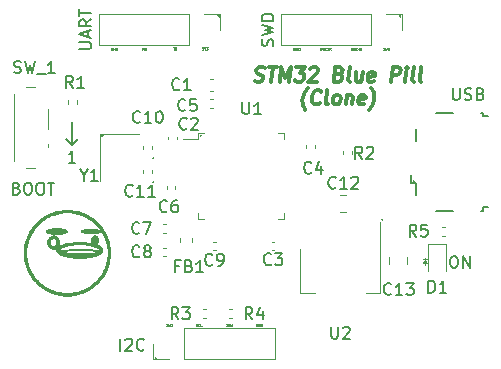
<source format=gbr>
%TF.GenerationSoftware,KiCad,Pcbnew,(6.0.9)*%
%TF.CreationDate,2022-12-17T23:06:55-06:00*%
%TF.ProjectId,STM32_Bluepill,53544d33-325f-4426-9c75-6570696c6c2e,A*%
%TF.SameCoordinates,Original*%
%TF.FileFunction,Legend,Top*%
%TF.FilePolarity,Positive*%
%FSLAX46Y46*%
G04 Gerber Fmt 4.6, Leading zero omitted, Abs format (unit mm)*
G04 Created by KiCad (PCBNEW (6.0.9)) date 2022-12-17 23:06:55*
%MOMM*%
%LPD*%
G01*
G04 APERTURE LIST*
%ADD10C,0.150000*%
%ADD11C,0.050000*%
%ADD12C,0.100000*%
%ADD13C,0.300000*%
%ADD14C,0.120000*%
G04 APERTURE END LIST*
D10*
X165000000Y-87000000D02*
X165000000Y-89000000D01*
D11*
X194868800Y-98679000D02*
X194868800Y-98526600D01*
G36*
X193925000Y-92050000D02*
G01*
X193825000Y-92050000D01*
X193825000Y-91950000D01*
X193925000Y-92050000D01*
G37*
X193925000Y-92050000D02*
X193825000Y-92050000D01*
X193825000Y-91950000D01*
X193925000Y-92050000D01*
D10*
X165000000Y-89000000D02*
X165500000Y-88500000D01*
D11*
G36*
X192800000Y-78100000D02*
G01*
X192700000Y-78000000D01*
X192800000Y-78000000D01*
X192800000Y-78100000D01*
G37*
X192800000Y-78100000D02*
X192700000Y-78000000D01*
X192800000Y-78000000D01*
X192800000Y-78100000D01*
D10*
X194792600Y-98882200D02*
X194868800Y-98856800D01*
D11*
X194868800Y-99136200D02*
X194868800Y-98679000D01*
D12*
X194716400Y-98933000D02*
X194970400Y-98933000D01*
D11*
G36*
X172100000Y-107000000D02*
G01*
X172000000Y-107000000D01*
X172000000Y-106900000D01*
X172100000Y-107000000D01*
G37*
X172100000Y-107000000D02*
X172000000Y-107000000D01*
X172000000Y-106900000D01*
X172100000Y-107000000D01*
D10*
X165000000Y-89000000D02*
X164500000Y-88500000D01*
D11*
G36*
X175800000Y-88200000D02*
G01*
X175800000Y-88100000D01*
X175900000Y-88100000D01*
X175800000Y-88200000D01*
G37*
X175800000Y-88200000D02*
X175800000Y-88100000D01*
X175900000Y-88100000D01*
X175800000Y-88200000D01*
X194691000Y-98628200D02*
X195046600Y-98628200D01*
G36*
X171825000Y-90050000D02*
G01*
X171725000Y-90050000D01*
X171825000Y-89950000D01*
X171825000Y-90050000D01*
G37*
X171825000Y-90050000D02*
X171725000Y-90050000D01*
X171825000Y-89950000D01*
X171825000Y-90050000D01*
G36*
X167487500Y-88212500D02*
G01*
X167487500Y-88112500D01*
X167587500Y-88112500D01*
X167487500Y-88212500D01*
G37*
X167487500Y-88212500D02*
X167487500Y-88112500D01*
X167587500Y-88112500D01*
X167487500Y-88212500D01*
G36*
X191250000Y-95350000D02*
G01*
X191150000Y-95250000D01*
X191250000Y-95250000D01*
X191250000Y-95350000D01*
G37*
X191250000Y-95350000D02*
X191150000Y-95250000D01*
X191250000Y-95250000D01*
X191250000Y-95350000D01*
G36*
X171825000Y-92100000D02*
G01*
X171725000Y-92100000D01*
X171825000Y-92000000D01*
X171825000Y-92100000D01*
G37*
X171825000Y-92100000D02*
X171725000Y-92100000D01*
X171825000Y-92000000D01*
X171825000Y-92100000D01*
D10*
X164500000Y-88500000D02*
X165000000Y-89000000D01*
D11*
G36*
X177400000Y-78100000D02*
G01*
X177300000Y-78000000D01*
X177400000Y-78000000D01*
X177400000Y-78100000D01*
G37*
X177400000Y-78100000D02*
X177300000Y-78000000D01*
X177400000Y-78000000D01*
X177400000Y-78100000D01*
D12*
X195021200Y-98933000D02*
X194868800Y-98679000D01*
X194970400Y-98933000D02*
X195021200Y-98933000D01*
X194868800Y-98679000D02*
X194716400Y-98933000D01*
D10*
X169076809Y-106370380D02*
X169076809Y-105370380D01*
X169505380Y-105465619D02*
X169553000Y-105418000D01*
X169648238Y-105370380D01*
X169886333Y-105370380D01*
X169981571Y-105418000D01*
X170029190Y-105465619D01*
X170076809Y-105560857D01*
X170076809Y-105656095D01*
X170029190Y-105798952D01*
X169457761Y-106370380D01*
X170076809Y-106370380D01*
X171076809Y-106275142D02*
X171029190Y-106322761D01*
X170886333Y-106370380D01*
X170791095Y-106370380D01*
X170648238Y-106322761D01*
X170553000Y-106227523D01*
X170505380Y-106132285D01*
X170457761Y-105941809D01*
X170457761Y-105798952D01*
X170505380Y-105608476D01*
X170553000Y-105513238D01*
X170648238Y-105418000D01*
X170791095Y-105370380D01*
X170886333Y-105370380D01*
X171029190Y-105418000D01*
X171076809Y-105465619D01*
X165285714Y-90452380D02*
X164714285Y-90452380D01*
X165000000Y-90452380D02*
X165000000Y-89452380D01*
X164904761Y-89595238D01*
X164809523Y-89690476D01*
X164714285Y-89738095D01*
D11*
X180697619Y-104100000D02*
X180678571Y-104090476D01*
X180650000Y-104090476D01*
X180621428Y-104100000D01*
X180602380Y-104119047D01*
X180592857Y-104138095D01*
X180583333Y-104176190D01*
X180583333Y-104204761D01*
X180592857Y-104242857D01*
X180602380Y-104261904D01*
X180621428Y-104280952D01*
X180650000Y-104290476D01*
X180669047Y-104290476D01*
X180697619Y-104280952D01*
X180707142Y-104271428D01*
X180707142Y-104204761D01*
X180669047Y-104204761D01*
X180792857Y-104290476D02*
X180792857Y-104090476D01*
X180907142Y-104290476D01*
X180907142Y-104090476D01*
X181002380Y-104290476D02*
X181002380Y-104090476D01*
X181050000Y-104090476D01*
X181078571Y-104100000D01*
X181097619Y-104119047D01*
X181107142Y-104138095D01*
X181116666Y-104176190D01*
X181116666Y-104204761D01*
X181107142Y-104242857D01*
X181097619Y-104261904D01*
X181078571Y-104280952D01*
X181050000Y-104290476D01*
X181002380Y-104290476D01*
X175977580Y-80713276D02*
X176101390Y-80713276D01*
X176034723Y-80789466D01*
X176063295Y-80789466D01*
X176082342Y-80798990D01*
X176091866Y-80808514D01*
X176101390Y-80827561D01*
X176101390Y-80875180D01*
X176091866Y-80894228D01*
X176082342Y-80903752D01*
X176063295Y-80913276D01*
X176006152Y-80913276D01*
X175987104Y-80903752D01*
X175977580Y-80894228D01*
X176158533Y-80713276D02*
X176225200Y-80913276D01*
X176291866Y-80713276D01*
X176339485Y-80713276D02*
X176463295Y-80713276D01*
X176396628Y-80789466D01*
X176425200Y-80789466D01*
X176444247Y-80798990D01*
X176453771Y-80808514D01*
X176463295Y-80827561D01*
X176463295Y-80875180D01*
X176453771Y-80894228D01*
X176444247Y-80903752D01*
X176425200Y-80913276D01*
X176368057Y-80913276D01*
X176349009Y-80903752D01*
X176339485Y-80894228D01*
X191352380Y-80740476D02*
X191476190Y-80740476D01*
X191409523Y-80816666D01*
X191438095Y-80816666D01*
X191457142Y-80826190D01*
X191466666Y-80835714D01*
X191476190Y-80854761D01*
X191476190Y-80902380D01*
X191466666Y-80921428D01*
X191457142Y-80930952D01*
X191438095Y-80940476D01*
X191380952Y-80940476D01*
X191361904Y-80930952D01*
X191352380Y-80921428D01*
X191533333Y-80740476D02*
X191600000Y-80940476D01*
X191666666Y-80740476D01*
X191714285Y-80740476D02*
X191838095Y-80740476D01*
X191771428Y-80816666D01*
X191800000Y-80816666D01*
X191819047Y-80826190D01*
X191828571Y-80835714D01*
X191838095Y-80854761D01*
X191838095Y-80902380D01*
X191828571Y-80921428D01*
X191819047Y-80930952D01*
X191800000Y-80940476D01*
X191742857Y-80940476D01*
X191723809Y-80930952D01*
X191714285Y-80921428D01*
D10*
X160313857Y-92638571D02*
X160456714Y-92686190D01*
X160504333Y-92733809D01*
X160551952Y-92829047D01*
X160551952Y-92971904D01*
X160504333Y-93067142D01*
X160456714Y-93114761D01*
X160361476Y-93162380D01*
X159980523Y-93162380D01*
X159980523Y-92162380D01*
X160313857Y-92162380D01*
X160409095Y-92210000D01*
X160456714Y-92257619D01*
X160504333Y-92352857D01*
X160504333Y-92448095D01*
X160456714Y-92543333D01*
X160409095Y-92590952D01*
X160313857Y-92638571D01*
X159980523Y-92638571D01*
X161171000Y-92162380D02*
X161361476Y-92162380D01*
X161456714Y-92210000D01*
X161551952Y-92305238D01*
X161599571Y-92495714D01*
X161599571Y-92829047D01*
X161551952Y-93019523D01*
X161456714Y-93114761D01*
X161361476Y-93162380D01*
X161171000Y-93162380D01*
X161075761Y-93114761D01*
X160980523Y-93019523D01*
X160932904Y-92829047D01*
X160932904Y-92495714D01*
X160980523Y-92305238D01*
X161075761Y-92210000D01*
X161171000Y-92162380D01*
X162218619Y-92162380D02*
X162409095Y-92162380D01*
X162504333Y-92210000D01*
X162599571Y-92305238D01*
X162647190Y-92495714D01*
X162647190Y-92829047D01*
X162599571Y-93019523D01*
X162504333Y-93114761D01*
X162409095Y-93162380D01*
X162218619Y-93162380D01*
X162123380Y-93114761D01*
X162028142Y-93019523D01*
X161980523Y-92829047D01*
X161980523Y-92495714D01*
X162028142Y-92305238D01*
X162123380Y-92210000D01*
X162218619Y-92162380D01*
X162932904Y-92162380D02*
X163504333Y-92162380D01*
X163218619Y-93162380D02*
X163218619Y-92162380D01*
X181989361Y-80579742D02*
X182036980Y-80436885D01*
X182036980Y-80198790D01*
X181989361Y-80103552D01*
X181941742Y-80055933D01*
X181846504Y-80008314D01*
X181751266Y-80008314D01*
X181656028Y-80055933D01*
X181608409Y-80103552D01*
X181560790Y-80198790D01*
X181513171Y-80389266D01*
X181465552Y-80484504D01*
X181417933Y-80532123D01*
X181322695Y-80579742D01*
X181227457Y-80579742D01*
X181132219Y-80532123D01*
X181084600Y-80484504D01*
X181036980Y-80389266D01*
X181036980Y-80151171D01*
X181084600Y-80008314D01*
X181036980Y-79674980D02*
X182036980Y-79436885D01*
X181322695Y-79246409D01*
X182036980Y-79055933D01*
X181036980Y-78817838D01*
X182036980Y-78436885D02*
X181036980Y-78436885D01*
X181036980Y-78198790D01*
X181084600Y-78055933D01*
X181179838Y-77960695D01*
X181275076Y-77913076D01*
X181465552Y-77865457D01*
X181608409Y-77865457D01*
X181798885Y-77913076D01*
X181894123Y-77960695D01*
X181989361Y-78055933D01*
X182036980Y-78198790D01*
X182036980Y-78436885D01*
D11*
X173532819Y-80713276D02*
X173647104Y-80713276D01*
X173589961Y-80913276D02*
X173589961Y-80713276D01*
X173694723Y-80713276D02*
X173828057Y-80913276D01*
X173828057Y-80713276D02*
X173694723Y-80913276D01*
X171066666Y-80938676D02*
X171000000Y-80843438D01*
X170952380Y-80938676D02*
X170952380Y-80738676D01*
X171028571Y-80738676D01*
X171047619Y-80748200D01*
X171057142Y-80757723D01*
X171066666Y-80776771D01*
X171066666Y-80805342D01*
X171057142Y-80824390D01*
X171047619Y-80833914D01*
X171028571Y-80843438D01*
X170952380Y-80843438D01*
X171133333Y-80738676D02*
X171266666Y-80938676D01*
X171266666Y-80738676D02*
X171133333Y-80938676D01*
D13*
X180469364Y-83542914D02*
X180633650Y-83600057D01*
X180919364Y-83600057D01*
X181040792Y-83542914D01*
X181105078Y-83485771D01*
X181176507Y-83371485D01*
X181190792Y-83257200D01*
X181147935Y-83142914D01*
X181097935Y-83085771D01*
X180990792Y-83028628D01*
X180769364Y-82971485D01*
X180662221Y-82914342D01*
X180612221Y-82857200D01*
X180569364Y-82742914D01*
X180583650Y-82628628D01*
X180655078Y-82514342D01*
X180719364Y-82457200D01*
X180840792Y-82400057D01*
X181126507Y-82400057D01*
X181290792Y-82457200D01*
X181640792Y-82400057D02*
X182326507Y-82400057D01*
X181833650Y-83600057D02*
X181983650Y-82400057D01*
X182576507Y-83600057D02*
X182726507Y-82400057D01*
X183019364Y-83257200D01*
X183526507Y-82400057D01*
X183376507Y-83600057D01*
X183983650Y-82400057D02*
X184726507Y-82400057D01*
X184269364Y-82857200D01*
X184440792Y-82857200D01*
X184547935Y-82914342D01*
X184597935Y-82971485D01*
X184640792Y-83085771D01*
X184605078Y-83371485D01*
X184533650Y-83485771D01*
X184469364Y-83542914D01*
X184347935Y-83600057D01*
X184005078Y-83600057D01*
X183897935Y-83542914D01*
X183847935Y-83485771D01*
X185169364Y-82514342D02*
X185233650Y-82457200D01*
X185355078Y-82400057D01*
X185640792Y-82400057D01*
X185747935Y-82457200D01*
X185797935Y-82514342D01*
X185840792Y-82628628D01*
X185826507Y-82742914D01*
X185747935Y-82914342D01*
X184976507Y-83600057D01*
X185719364Y-83600057D01*
X187626507Y-82971485D02*
X187790792Y-83028628D01*
X187840792Y-83085771D01*
X187883650Y-83200057D01*
X187862221Y-83371485D01*
X187790792Y-83485771D01*
X187726507Y-83542914D01*
X187605078Y-83600057D01*
X187147935Y-83600057D01*
X187297935Y-82400057D01*
X187697935Y-82400057D01*
X187805078Y-82457200D01*
X187855078Y-82514342D01*
X187897935Y-82628628D01*
X187883650Y-82742914D01*
X187812221Y-82857200D01*
X187747935Y-82914342D01*
X187626507Y-82971485D01*
X187226507Y-82971485D01*
X188519364Y-83600057D02*
X188412221Y-83542914D01*
X188369364Y-83428628D01*
X188497935Y-82400057D01*
X189590792Y-82800057D02*
X189490792Y-83600057D01*
X189076507Y-82800057D02*
X188997935Y-83428628D01*
X189040792Y-83542914D01*
X189147935Y-83600057D01*
X189319364Y-83600057D01*
X189440792Y-83542914D01*
X189505078Y-83485771D01*
X190526507Y-83542914D02*
X190405078Y-83600057D01*
X190176507Y-83600057D01*
X190069364Y-83542914D01*
X190026507Y-83428628D01*
X190083650Y-82971485D01*
X190155078Y-82857200D01*
X190276507Y-82800057D01*
X190505078Y-82800057D01*
X190612221Y-82857200D01*
X190655078Y-82971485D01*
X190640792Y-83085771D01*
X190055078Y-83200057D01*
X192005078Y-83600057D02*
X192155078Y-82400057D01*
X192612221Y-82400057D01*
X192719364Y-82457200D01*
X192769364Y-82514342D01*
X192812221Y-82628628D01*
X192790792Y-82800057D01*
X192719364Y-82914342D01*
X192655078Y-82971485D01*
X192533650Y-83028628D01*
X192076507Y-83028628D01*
X193205078Y-83600057D02*
X193305078Y-82800057D01*
X193355078Y-82400057D02*
X193290792Y-82457200D01*
X193340792Y-82514342D01*
X193405078Y-82457200D01*
X193355078Y-82400057D01*
X193340792Y-82514342D01*
X193947935Y-83600057D02*
X193840792Y-83542914D01*
X193797935Y-83428628D01*
X193926507Y-82400057D01*
X194576507Y-83600057D02*
X194469364Y-83542914D01*
X194426507Y-83428628D01*
X194555078Y-82400057D01*
X184747935Y-85989200D02*
X184697935Y-85932057D01*
X184605078Y-85760628D01*
X184562221Y-85646342D01*
X184526507Y-85474914D01*
X184505078Y-85189200D01*
X184533650Y-84960628D01*
X184626507Y-84674914D01*
X184705078Y-84503485D01*
X184776507Y-84389200D01*
X184912221Y-84217771D01*
X184976507Y-84160628D01*
X185962221Y-85417771D02*
X185897935Y-85474914D01*
X185719364Y-85532057D01*
X185605078Y-85532057D01*
X185440792Y-85474914D01*
X185340792Y-85360628D01*
X185297935Y-85246342D01*
X185269364Y-85017771D01*
X185290792Y-84846342D01*
X185376507Y-84617771D01*
X185447935Y-84503485D01*
X185576507Y-84389200D01*
X185755078Y-84332057D01*
X185869364Y-84332057D01*
X186033650Y-84389200D01*
X186083650Y-84446342D01*
X186633650Y-85532057D02*
X186526507Y-85474914D01*
X186483650Y-85360628D01*
X186612221Y-84332057D01*
X187262221Y-85532057D02*
X187155078Y-85474914D01*
X187105078Y-85417771D01*
X187062221Y-85303485D01*
X187105078Y-84960628D01*
X187176507Y-84846342D01*
X187240792Y-84789200D01*
X187362221Y-84732057D01*
X187533650Y-84732057D01*
X187640792Y-84789200D01*
X187690792Y-84846342D01*
X187733650Y-84960628D01*
X187690792Y-85303485D01*
X187619364Y-85417771D01*
X187555078Y-85474914D01*
X187433650Y-85532057D01*
X187262221Y-85532057D01*
X188276507Y-84732057D02*
X188176507Y-85532057D01*
X188262221Y-84846342D02*
X188326507Y-84789200D01*
X188447935Y-84732057D01*
X188619364Y-84732057D01*
X188726507Y-84789200D01*
X188769364Y-84903485D01*
X188690792Y-85532057D01*
X189726507Y-85474914D02*
X189605078Y-85532057D01*
X189376507Y-85532057D01*
X189269364Y-85474914D01*
X189226507Y-85360628D01*
X189283650Y-84903485D01*
X189355078Y-84789200D01*
X189476507Y-84732057D01*
X189705078Y-84732057D01*
X189812221Y-84789200D01*
X189855078Y-84903485D01*
X189840792Y-85017771D01*
X189255078Y-85132057D01*
X190119364Y-85989200D02*
X190183650Y-85932057D01*
X190319364Y-85760628D01*
X190390792Y-85646342D01*
X190469364Y-85474914D01*
X190562221Y-85189200D01*
X190590792Y-84960628D01*
X190569364Y-84674914D01*
X190533650Y-84503485D01*
X190490792Y-84389200D01*
X190397935Y-84217771D01*
X190347935Y-84160628D01*
D11*
X183847619Y-80750000D02*
X183828571Y-80740476D01*
X183800000Y-80740476D01*
X183771428Y-80750000D01*
X183752380Y-80769047D01*
X183742857Y-80788095D01*
X183733333Y-80826190D01*
X183733333Y-80854761D01*
X183742857Y-80892857D01*
X183752380Y-80911904D01*
X183771428Y-80930952D01*
X183800000Y-80940476D01*
X183819047Y-80940476D01*
X183847619Y-80930952D01*
X183857142Y-80921428D01*
X183857142Y-80854761D01*
X183819047Y-80854761D01*
X183942857Y-80940476D02*
X183942857Y-80740476D01*
X184057142Y-80940476D01*
X184057142Y-80740476D01*
X184152380Y-80940476D02*
X184152380Y-80740476D01*
X184200000Y-80740476D01*
X184228571Y-80750000D01*
X184247619Y-80769047D01*
X184257142Y-80788095D01*
X184266666Y-80826190D01*
X184266666Y-80854761D01*
X184257142Y-80892857D01*
X184247619Y-80911904D01*
X184228571Y-80930952D01*
X184200000Y-80940476D01*
X184152380Y-80940476D01*
D10*
X197246952Y-98385380D02*
X197437428Y-98385380D01*
X197532666Y-98433000D01*
X197627904Y-98528238D01*
X197675523Y-98718714D01*
X197675523Y-99052047D01*
X197627904Y-99242523D01*
X197532666Y-99337761D01*
X197437428Y-99385380D01*
X197246952Y-99385380D01*
X197151714Y-99337761D01*
X197056476Y-99242523D01*
X197008857Y-99052047D01*
X197008857Y-98718714D01*
X197056476Y-98528238D01*
X197151714Y-98433000D01*
X197246952Y-98385380D01*
X198104095Y-99385380D02*
X198104095Y-98385380D01*
X198675523Y-99385380D01*
X198675523Y-98385380D01*
D11*
X178057142Y-104280952D02*
X178085714Y-104290476D01*
X178133333Y-104290476D01*
X178152380Y-104280952D01*
X178161904Y-104271428D01*
X178171428Y-104252380D01*
X178171428Y-104233333D01*
X178161904Y-104214285D01*
X178152380Y-104204761D01*
X178133333Y-104195238D01*
X178095238Y-104185714D01*
X178076190Y-104176190D01*
X178066666Y-104166666D01*
X178057142Y-104147619D01*
X178057142Y-104128571D01*
X178066666Y-104109523D01*
X178076190Y-104100000D01*
X178095238Y-104090476D01*
X178142857Y-104090476D01*
X178171428Y-104100000D01*
X178257142Y-104290476D02*
X178257142Y-104090476D01*
X178304761Y-104090476D01*
X178333333Y-104100000D01*
X178352380Y-104119047D01*
X178361904Y-104138095D01*
X178371428Y-104176190D01*
X178371428Y-104204761D01*
X178361904Y-104242857D01*
X178352380Y-104261904D01*
X178333333Y-104280952D01*
X178304761Y-104290476D01*
X178257142Y-104290476D01*
X178447619Y-104233333D02*
X178542857Y-104233333D01*
X178428571Y-104290476D02*
X178495238Y-104090476D01*
X178561904Y-104290476D01*
X185997619Y-80930952D02*
X186026190Y-80940476D01*
X186073809Y-80940476D01*
X186092857Y-80930952D01*
X186102380Y-80921428D01*
X186111904Y-80902380D01*
X186111904Y-80883333D01*
X186102380Y-80864285D01*
X186092857Y-80854761D01*
X186073809Y-80845238D01*
X186035714Y-80835714D01*
X186016666Y-80826190D01*
X186007142Y-80816666D01*
X185997619Y-80797619D01*
X185997619Y-80778571D01*
X186007142Y-80759523D01*
X186016666Y-80750000D01*
X186035714Y-80740476D01*
X186083333Y-80740476D01*
X186111904Y-80750000D01*
X186178571Y-80740476D02*
X186226190Y-80940476D01*
X186264285Y-80797619D01*
X186302380Y-80940476D01*
X186350000Y-80740476D01*
X186540476Y-80921428D02*
X186530952Y-80930952D01*
X186502380Y-80940476D01*
X186483333Y-80940476D01*
X186454761Y-80930952D01*
X186435714Y-80911904D01*
X186426190Y-80892857D01*
X186416666Y-80854761D01*
X186416666Y-80826190D01*
X186426190Y-80788095D01*
X186435714Y-80769047D01*
X186454761Y-80750000D01*
X186483333Y-80740476D01*
X186502380Y-80740476D01*
X186530952Y-80750000D01*
X186540476Y-80759523D01*
X186721428Y-80940476D02*
X186626190Y-80940476D01*
X186626190Y-80740476D01*
X186788095Y-80940476D02*
X186788095Y-80740476D01*
X186902380Y-80940476D02*
X186816666Y-80826190D01*
X186902380Y-80740476D02*
X186788095Y-80854761D01*
X188626190Y-80930952D02*
X188654761Y-80940476D01*
X188702380Y-80940476D01*
X188721428Y-80930952D01*
X188730952Y-80921428D01*
X188740476Y-80902380D01*
X188740476Y-80883333D01*
X188730952Y-80864285D01*
X188721428Y-80854761D01*
X188702380Y-80845238D01*
X188664285Y-80835714D01*
X188645238Y-80826190D01*
X188635714Y-80816666D01*
X188626190Y-80797619D01*
X188626190Y-80778571D01*
X188635714Y-80759523D01*
X188645238Y-80750000D01*
X188664285Y-80740476D01*
X188711904Y-80740476D01*
X188740476Y-80750000D01*
X188807142Y-80740476D02*
X188854761Y-80940476D01*
X188892857Y-80797619D01*
X188930952Y-80940476D01*
X188978571Y-80740476D01*
X189054761Y-80940476D02*
X189054761Y-80740476D01*
X189102380Y-80740476D01*
X189130952Y-80750000D01*
X189150000Y-80769047D01*
X189159523Y-80788095D01*
X189169047Y-80826190D01*
X189169047Y-80854761D01*
X189159523Y-80892857D01*
X189150000Y-80911904D01*
X189130952Y-80930952D01*
X189102380Y-80940476D01*
X189054761Y-80940476D01*
X189254761Y-80940476D02*
X189254761Y-80740476D01*
X189388095Y-80740476D02*
X189426190Y-80740476D01*
X189445238Y-80750000D01*
X189464285Y-80769047D01*
X189473809Y-80807142D01*
X189473809Y-80873809D01*
X189464285Y-80911904D01*
X189445238Y-80930952D01*
X189426190Y-80940476D01*
X189388095Y-80940476D01*
X189369047Y-80930952D01*
X189350000Y-80911904D01*
X189340476Y-80873809D01*
X189340476Y-80807142D01*
X189350000Y-80769047D01*
X189369047Y-80750000D01*
X189388095Y-80740476D01*
X168402019Y-80748200D02*
X168382971Y-80738676D01*
X168354400Y-80738676D01*
X168325828Y-80748200D01*
X168306780Y-80767247D01*
X168297257Y-80786295D01*
X168287733Y-80824390D01*
X168287733Y-80852961D01*
X168297257Y-80891057D01*
X168306780Y-80910104D01*
X168325828Y-80929152D01*
X168354400Y-80938676D01*
X168373447Y-80938676D01*
X168402019Y-80929152D01*
X168411542Y-80919628D01*
X168411542Y-80852961D01*
X168373447Y-80852961D01*
X168497257Y-80938676D02*
X168497257Y-80738676D01*
X168611542Y-80938676D01*
X168611542Y-80738676D01*
X168706780Y-80938676D02*
X168706780Y-80738676D01*
X168754400Y-80738676D01*
X168782971Y-80748200D01*
X168802019Y-80767247D01*
X168811542Y-80786295D01*
X168821066Y-80824390D01*
X168821066Y-80852961D01*
X168811542Y-80891057D01*
X168802019Y-80910104D01*
X168782971Y-80929152D01*
X168754400Y-80938676D01*
X168706780Y-80938676D01*
D10*
X197238095Y-84161380D02*
X197238095Y-84970904D01*
X197285714Y-85066142D01*
X197333333Y-85113761D01*
X197428571Y-85161380D01*
X197619047Y-85161380D01*
X197714285Y-85113761D01*
X197761904Y-85066142D01*
X197809523Y-84970904D01*
X197809523Y-84161380D01*
X198238095Y-85113761D02*
X198380952Y-85161380D01*
X198619047Y-85161380D01*
X198714285Y-85113761D01*
X198761904Y-85066142D01*
X198809523Y-84970904D01*
X198809523Y-84875666D01*
X198761904Y-84780428D01*
X198714285Y-84732809D01*
X198619047Y-84685190D01*
X198428571Y-84637571D01*
X198333333Y-84589952D01*
X198285714Y-84542333D01*
X198238095Y-84447095D01*
X198238095Y-84351857D01*
X198285714Y-84256619D01*
X198333333Y-84209000D01*
X198428571Y-84161380D01*
X198666666Y-84161380D01*
X198809523Y-84209000D01*
X199571428Y-84637571D02*
X199714285Y-84685190D01*
X199761904Y-84732809D01*
X199809523Y-84828047D01*
X199809523Y-84970904D01*
X199761904Y-85066142D01*
X199714285Y-85113761D01*
X199619047Y-85161380D01*
X199238095Y-85161380D01*
X199238095Y-84161380D01*
X199571428Y-84161380D01*
X199666666Y-84209000D01*
X199714285Y-84256619D01*
X199761904Y-84351857D01*
X199761904Y-84447095D01*
X199714285Y-84542333D01*
X199666666Y-84589952D01*
X199571428Y-84637571D01*
X199238095Y-84637571D01*
X165619180Y-80817838D02*
X166428704Y-80817838D01*
X166523942Y-80770219D01*
X166571561Y-80722600D01*
X166619180Y-80627361D01*
X166619180Y-80436885D01*
X166571561Y-80341647D01*
X166523942Y-80294028D01*
X166428704Y-80246409D01*
X165619180Y-80246409D01*
X166333466Y-79817838D02*
X166333466Y-79341647D01*
X166619180Y-79913076D02*
X165619180Y-79579742D01*
X166619180Y-79246409D01*
X166619180Y-78341647D02*
X166142990Y-78674980D01*
X166619180Y-78913076D02*
X165619180Y-78913076D01*
X165619180Y-78532123D01*
X165666800Y-78436885D01*
X165714419Y-78389266D01*
X165809657Y-78341647D01*
X165952514Y-78341647D01*
X166047752Y-78389266D01*
X166095371Y-78436885D01*
X166142990Y-78532123D01*
X166142990Y-78913076D01*
X165619180Y-78055933D02*
X165619180Y-77484504D01*
X166619180Y-77770219D02*
X165619180Y-77770219D01*
D11*
X172952380Y-104090476D02*
X173076190Y-104090476D01*
X173009523Y-104166666D01*
X173038095Y-104166666D01*
X173057142Y-104176190D01*
X173066666Y-104185714D01*
X173076190Y-104204761D01*
X173076190Y-104252380D01*
X173066666Y-104271428D01*
X173057142Y-104280952D01*
X173038095Y-104290476D01*
X172980952Y-104290476D01*
X172961904Y-104280952D01*
X172952380Y-104271428D01*
X173133333Y-104090476D02*
X173200000Y-104290476D01*
X173266666Y-104090476D01*
X173314285Y-104090476D02*
X173438095Y-104090476D01*
X173371428Y-104166666D01*
X173400000Y-104166666D01*
X173419047Y-104176190D01*
X173428571Y-104185714D01*
X173438095Y-104204761D01*
X173438095Y-104252380D01*
X173428571Y-104271428D01*
X173419047Y-104280952D01*
X173400000Y-104290476D01*
X173342857Y-104290476D01*
X173323809Y-104280952D01*
X173314285Y-104271428D01*
X175461904Y-104280952D02*
X175490476Y-104290476D01*
X175538095Y-104290476D01*
X175557142Y-104280952D01*
X175566666Y-104271428D01*
X175576190Y-104252380D01*
X175576190Y-104233333D01*
X175566666Y-104214285D01*
X175557142Y-104204761D01*
X175538095Y-104195238D01*
X175500000Y-104185714D01*
X175480952Y-104176190D01*
X175471428Y-104166666D01*
X175461904Y-104147619D01*
X175461904Y-104128571D01*
X175471428Y-104109523D01*
X175480952Y-104100000D01*
X175500000Y-104090476D01*
X175547619Y-104090476D01*
X175576190Y-104100000D01*
X175776190Y-104271428D02*
X175766666Y-104280952D01*
X175738095Y-104290476D01*
X175719047Y-104290476D01*
X175690476Y-104280952D01*
X175671428Y-104261904D01*
X175661904Y-104242857D01*
X175652380Y-104204761D01*
X175652380Y-104176190D01*
X175661904Y-104138095D01*
X175671428Y-104119047D01*
X175690476Y-104100000D01*
X175719047Y-104090476D01*
X175738095Y-104090476D01*
X175766666Y-104100000D01*
X175776190Y-104109523D01*
X175957142Y-104290476D02*
X175861904Y-104290476D01*
X175861904Y-104090476D01*
D10*
%TO.C,U1*%
X179421095Y-85340380D02*
X179421095Y-86149904D01*
X179468714Y-86245142D01*
X179516333Y-86292761D01*
X179611571Y-86340380D01*
X179802047Y-86340380D01*
X179897285Y-86292761D01*
X179944904Y-86245142D01*
X179992523Y-86149904D01*
X179992523Y-85340380D01*
X180992523Y-86340380D02*
X180421095Y-86340380D01*
X180706809Y-86340380D02*
X180706809Y-85340380D01*
X180611571Y-85483238D01*
X180516333Y-85578476D01*
X180421095Y-85626095D01*
%TO.C,R5*%
X194143333Y-96718380D02*
X193810000Y-96242190D01*
X193571904Y-96718380D02*
X193571904Y-95718380D01*
X193952857Y-95718380D01*
X194048095Y-95766000D01*
X194095714Y-95813619D01*
X194143333Y-95908857D01*
X194143333Y-96051714D01*
X194095714Y-96146952D01*
X194048095Y-96194571D01*
X193952857Y-96242190D01*
X193571904Y-96242190D01*
X195048095Y-95718380D02*
X194571904Y-95718380D01*
X194524285Y-96194571D01*
X194571904Y-96146952D01*
X194667142Y-96099333D01*
X194905238Y-96099333D01*
X195000476Y-96146952D01*
X195048095Y-96194571D01*
X195095714Y-96289809D01*
X195095714Y-96527904D01*
X195048095Y-96623142D01*
X195000476Y-96670761D01*
X194905238Y-96718380D01*
X194667142Y-96718380D01*
X194571904Y-96670761D01*
X194524285Y-96623142D01*
%TO.C,C2*%
X174703333Y-87567142D02*
X174655714Y-87614761D01*
X174512857Y-87662380D01*
X174417619Y-87662380D01*
X174274761Y-87614761D01*
X174179523Y-87519523D01*
X174131904Y-87424285D01*
X174084285Y-87233809D01*
X174084285Y-87090952D01*
X174131904Y-86900476D01*
X174179523Y-86805238D01*
X174274761Y-86710000D01*
X174417619Y-86662380D01*
X174512857Y-86662380D01*
X174655714Y-86710000D01*
X174703333Y-86757619D01*
X175084285Y-86757619D02*
X175131904Y-86710000D01*
X175227142Y-86662380D01*
X175465238Y-86662380D01*
X175560476Y-86710000D01*
X175608095Y-86757619D01*
X175655714Y-86852857D01*
X175655714Y-86948095D01*
X175608095Y-87090952D01*
X175036666Y-87662380D01*
X175655714Y-87662380D01*
%TO.C,SW_1*%
X160083714Y-82827761D02*
X160226571Y-82875380D01*
X160464666Y-82875380D01*
X160559904Y-82827761D01*
X160607523Y-82780142D01*
X160655142Y-82684904D01*
X160655142Y-82589666D01*
X160607523Y-82494428D01*
X160559904Y-82446809D01*
X160464666Y-82399190D01*
X160274190Y-82351571D01*
X160178952Y-82303952D01*
X160131333Y-82256333D01*
X160083714Y-82161095D01*
X160083714Y-82065857D01*
X160131333Y-81970619D01*
X160178952Y-81923000D01*
X160274190Y-81875380D01*
X160512285Y-81875380D01*
X160655142Y-81923000D01*
X160988476Y-81875380D02*
X161226571Y-82875380D01*
X161417047Y-82161095D01*
X161607523Y-82875380D01*
X161845619Y-81875380D01*
X161988476Y-82970619D02*
X162750380Y-82970619D01*
X163512285Y-82875380D02*
X162940857Y-82875380D01*
X163226571Y-82875380D02*
X163226571Y-81875380D01*
X163131333Y-82018238D01*
X163036095Y-82113476D01*
X162940857Y-82161095D01*
%TO.C,C13*%
X192016142Y-101576142D02*
X191968523Y-101623761D01*
X191825666Y-101671380D01*
X191730428Y-101671380D01*
X191587571Y-101623761D01*
X191492333Y-101528523D01*
X191444714Y-101433285D01*
X191397095Y-101242809D01*
X191397095Y-101099952D01*
X191444714Y-100909476D01*
X191492333Y-100814238D01*
X191587571Y-100719000D01*
X191730428Y-100671380D01*
X191825666Y-100671380D01*
X191968523Y-100719000D01*
X192016142Y-100766619D01*
X192968523Y-101671380D02*
X192397095Y-101671380D01*
X192682809Y-101671380D02*
X192682809Y-100671380D01*
X192587571Y-100814238D01*
X192492333Y-100909476D01*
X192397095Y-100957095D01*
X193301857Y-100671380D02*
X193920904Y-100671380D01*
X193587571Y-101052333D01*
X193730428Y-101052333D01*
X193825666Y-101099952D01*
X193873285Y-101147571D01*
X193920904Y-101242809D01*
X193920904Y-101480904D01*
X193873285Y-101576142D01*
X193825666Y-101623761D01*
X193730428Y-101671380D01*
X193444714Y-101671380D01*
X193349476Y-101623761D01*
X193301857Y-101576142D01*
%TO.C,C7*%
X170704333Y-96402142D02*
X170656714Y-96449761D01*
X170513857Y-96497380D01*
X170418619Y-96497380D01*
X170275761Y-96449761D01*
X170180523Y-96354523D01*
X170132904Y-96259285D01*
X170085285Y-96068809D01*
X170085285Y-95925952D01*
X170132904Y-95735476D01*
X170180523Y-95640238D01*
X170275761Y-95545000D01*
X170418619Y-95497380D01*
X170513857Y-95497380D01*
X170656714Y-95545000D01*
X170704333Y-95592619D01*
X171037666Y-95497380D02*
X171704333Y-95497380D01*
X171275761Y-96497380D01*
%TO.C,C8*%
X170704333Y-98381142D02*
X170656714Y-98428761D01*
X170513857Y-98476380D01*
X170418619Y-98476380D01*
X170275761Y-98428761D01*
X170180523Y-98333523D01*
X170132904Y-98238285D01*
X170085285Y-98047809D01*
X170085285Y-97904952D01*
X170132904Y-97714476D01*
X170180523Y-97619238D01*
X170275761Y-97524000D01*
X170418619Y-97476380D01*
X170513857Y-97476380D01*
X170656714Y-97524000D01*
X170704333Y-97571619D01*
X171275761Y-97904952D02*
X171180523Y-97857333D01*
X171132904Y-97809714D01*
X171085285Y-97714476D01*
X171085285Y-97666857D01*
X171132904Y-97571619D01*
X171180523Y-97524000D01*
X171275761Y-97476380D01*
X171466238Y-97476380D01*
X171561476Y-97524000D01*
X171609095Y-97571619D01*
X171656714Y-97666857D01*
X171656714Y-97714476D01*
X171609095Y-97809714D01*
X171561476Y-97857333D01*
X171466238Y-97904952D01*
X171275761Y-97904952D01*
X171180523Y-97952571D01*
X171132904Y-98000190D01*
X171085285Y-98095428D01*
X171085285Y-98285904D01*
X171132904Y-98381142D01*
X171180523Y-98428761D01*
X171275761Y-98476380D01*
X171466238Y-98476380D01*
X171561476Y-98428761D01*
X171609095Y-98381142D01*
X171656714Y-98285904D01*
X171656714Y-98095428D01*
X171609095Y-98000190D01*
X171561476Y-97952571D01*
X171466238Y-97904952D01*
%TO.C,C10*%
X170756342Y-86996542D02*
X170708723Y-87044161D01*
X170565866Y-87091780D01*
X170470628Y-87091780D01*
X170327771Y-87044161D01*
X170232533Y-86948923D01*
X170184914Y-86853685D01*
X170137295Y-86663209D01*
X170137295Y-86520352D01*
X170184914Y-86329876D01*
X170232533Y-86234638D01*
X170327771Y-86139400D01*
X170470628Y-86091780D01*
X170565866Y-86091780D01*
X170708723Y-86139400D01*
X170756342Y-86187019D01*
X171708723Y-87091780D02*
X171137295Y-87091780D01*
X171423009Y-87091780D02*
X171423009Y-86091780D01*
X171327771Y-86234638D01*
X171232533Y-86329876D01*
X171137295Y-86377495D01*
X172327771Y-86091780D02*
X172423009Y-86091780D01*
X172518247Y-86139400D01*
X172565866Y-86187019D01*
X172613485Y-86282257D01*
X172661104Y-86472733D01*
X172661104Y-86710828D01*
X172613485Y-86901304D01*
X172565866Y-86996542D01*
X172518247Y-87044161D01*
X172423009Y-87091780D01*
X172327771Y-87091780D01*
X172232533Y-87044161D01*
X172184914Y-86996542D01*
X172137295Y-86901304D01*
X172089676Y-86710828D01*
X172089676Y-86472733D01*
X172137295Y-86282257D01*
X172184914Y-86187019D01*
X172232533Y-86139400D01*
X172327771Y-86091780D01*
%TO.C,U2*%
X186944095Y-104354380D02*
X186944095Y-105163904D01*
X186991714Y-105259142D01*
X187039333Y-105306761D01*
X187134571Y-105354380D01*
X187325047Y-105354380D01*
X187420285Y-105306761D01*
X187467904Y-105259142D01*
X187515523Y-105163904D01*
X187515523Y-104354380D01*
X187944095Y-104449619D02*
X187991714Y-104402000D01*
X188086952Y-104354380D01*
X188325047Y-104354380D01*
X188420285Y-104402000D01*
X188467904Y-104449619D01*
X188515523Y-104544857D01*
X188515523Y-104640095D01*
X188467904Y-104782952D01*
X187896476Y-105354380D01*
X188515523Y-105354380D01*
%TO.C,C1*%
X174076333Y-84231142D02*
X174028714Y-84278761D01*
X173885857Y-84326380D01*
X173790619Y-84326380D01*
X173647761Y-84278761D01*
X173552523Y-84183523D01*
X173504904Y-84088285D01*
X173457285Y-83897809D01*
X173457285Y-83754952D01*
X173504904Y-83564476D01*
X173552523Y-83469238D01*
X173647761Y-83374000D01*
X173790619Y-83326380D01*
X173885857Y-83326380D01*
X174028714Y-83374000D01*
X174076333Y-83421619D01*
X175028714Y-84326380D02*
X174457285Y-84326380D01*
X174743000Y-84326380D02*
X174743000Y-83326380D01*
X174647761Y-83469238D01*
X174552523Y-83564476D01*
X174457285Y-83612095D01*
%TO.C,C4*%
X185253333Y-91289142D02*
X185205714Y-91336761D01*
X185062857Y-91384380D01*
X184967619Y-91384380D01*
X184824761Y-91336761D01*
X184729523Y-91241523D01*
X184681904Y-91146285D01*
X184634285Y-90955809D01*
X184634285Y-90812952D01*
X184681904Y-90622476D01*
X184729523Y-90527238D01*
X184824761Y-90432000D01*
X184967619Y-90384380D01*
X185062857Y-90384380D01*
X185205714Y-90432000D01*
X185253333Y-90479619D01*
X186110476Y-90717714D02*
X186110476Y-91384380D01*
X185872380Y-90336761D02*
X185634285Y-91051047D01*
X186253333Y-91051047D01*
%TO.C,FB1*%
X174037666Y-99202571D02*
X173704333Y-99202571D01*
X173704333Y-99726380D02*
X173704333Y-98726380D01*
X174180523Y-98726380D01*
X174894809Y-99202571D02*
X175037666Y-99250190D01*
X175085285Y-99297809D01*
X175132904Y-99393047D01*
X175132904Y-99535904D01*
X175085285Y-99631142D01*
X175037666Y-99678761D01*
X174942428Y-99726380D01*
X174561476Y-99726380D01*
X174561476Y-98726380D01*
X174894809Y-98726380D01*
X174990047Y-98774000D01*
X175037666Y-98821619D01*
X175085285Y-98916857D01*
X175085285Y-99012095D01*
X175037666Y-99107333D01*
X174990047Y-99154952D01*
X174894809Y-99202571D01*
X174561476Y-99202571D01*
X176085285Y-99726380D02*
X175513857Y-99726380D01*
X175799571Y-99726380D02*
X175799571Y-98726380D01*
X175704333Y-98869238D01*
X175609095Y-98964476D01*
X175513857Y-99012095D01*
%TO.C,R3*%
X174003333Y-103712380D02*
X173670000Y-103236190D01*
X173431904Y-103712380D02*
X173431904Y-102712380D01*
X173812857Y-102712380D01*
X173908095Y-102760000D01*
X173955714Y-102807619D01*
X174003333Y-102902857D01*
X174003333Y-103045714D01*
X173955714Y-103140952D01*
X173908095Y-103188571D01*
X173812857Y-103236190D01*
X173431904Y-103236190D01*
X174336666Y-102712380D02*
X174955714Y-102712380D01*
X174622380Y-103093333D01*
X174765238Y-103093333D01*
X174860476Y-103140952D01*
X174908095Y-103188571D01*
X174955714Y-103283809D01*
X174955714Y-103521904D01*
X174908095Y-103617142D01*
X174860476Y-103664761D01*
X174765238Y-103712380D01*
X174479523Y-103712380D01*
X174384285Y-103664761D01*
X174336666Y-103617142D01*
%TO.C,Y1*%
X165970809Y-91523190D02*
X165970809Y-91999380D01*
X165637476Y-90999380D02*
X165970809Y-91523190D01*
X166304142Y-90999380D01*
X167161285Y-91999380D02*
X166589857Y-91999380D01*
X166875571Y-91999380D02*
X166875571Y-90999380D01*
X166780333Y-91142238D01*
X166685095Y-91237476D01*
X166589857Y-91285095D01*
%TO.C,C5*%
X174584333Y-85995142D02*
X174536714Y-86042761D01*
X174393857Y-86090380D01*
X174298619Y-86090380D01*
X174155761Y-86042761D01*
X174060523Y-85947523D01*
X174012904Y-85852285D01*
X173965285Y-85661809D01*
X173965285Y-85518952D01*
X174012904Y-85328476D01*
X174060523Y-85233238D01*
X174155761Y-85138000D01*
X174298619Y-85090380D01*
X174393857Y-85090380D01*
X174536714Y-85138000D01*
X174584333Y-85185619D01*
X175489095Y-85090380D02*
X175012904Y-85090380D01*
X174965285Y-85566571D01*
X175012904Y-85518952D01*
X175108142Y-85471333D01*
X175346238Y-85471333D01*
X175441476Y-85518952D01*
X175489095Y-85566571D01*
X175536714Y-85661809D01*
X175536714Y-85899904D01*
X175489095Y-85995142D01*
X175441476Y-86042761D01*
X175346238Y-86090380D01*
X175108142Y-86090380D01*
X175012904Y-86042761D01*
X174965285Y-85995142D01*
%TO.C,C6*%
X173033333Y-94557142D02*
X172985714Y-94604761D01*
X172842857Y-94652380D01*
X172747619Y-94652380D01*
X172604761Y-94604761D01*
X172509523Y-94509523D01*
X172461904Y-94414285D01*
X172414285Y-94223809D01*
X172414285Y-94080952D01*
X172461904Y-93890476D01*
X172509523Y-93795238D01*
X172604761Y-93700000D01*
X172747619Y-93652380D01*
X172842857Y-93652380D01*
X172985714Y-93700000D01*
X173033333Y-93747619D01*
X173890476Y-93652380D02*
X173700000Y-93652380D01*
X173604761Y-93700000D01*
X173557142Y-93747619D01*
X173461904Y-93890476D01*
X173414285Y-94080952D01*
X173414285Y-94461904D01*
X173461904Y-94557142D01*
X173509523Y-94604761D01*
X173604761Y-94652380D01*
X173795238Y-94652380D01*
X173890476Y-94604761D01*
X173938095Y-94557142D01*
X173985714Y-94461904D01*
X173985714Y-94223809D01*
X173938095Y-94128571D01*
X173890476Y-94080952D01*
X173795238Y-94033333D01*
X173604761Y-94033333D01*
X173509523Y-94080952D01*
X173461904Y-94128571D01*
X173414285Y-94223809D01*
%TO.C,C9*%
X176866333Y-99081142D02*
X176818714Y-99128761D01*
X176675857Y-99176380D01*
X176580619Y-99176380D01*
X176437761Y-99128761D01*
X176342523Y-99033523D01*
X176294904Y-98938285D01*
X176247285Y-98747809D01*
X176247285Y-98604952D01*
X176294904Y-98414476D01*
X176342523Y-98319238D01*
X176437761Y-98224000D01*
X176580619Y-98176380D01*
X176675857Y-98176380D01*
X176818714Y-98224000D01*
X176866333Y-98271619D01*
X177342523Y-99176380D02*
X177533000Y-99176380D01*
X177628238Y-99128761D01*
X177675857Y-99081142D01*
X177771095Y-98938285D01*
X177818714Y-98747809D01*
X177818714Y-98366857D01*
X177771095Y-98271619D01*
X177723476Y-98224000D01*
X177628238Y-98176380D01*
X177437761Y-98176380D01*
X177342523Y-98224000D01*
X177294904Y-98271619D01*
X177247285Y-98366857D01*
X177247285Y-98604952D01*
X177294904Y-98700190D01*
X177342523Y-98747809D01*
X177437761Y-98795428D01*
X177628238Y-98795428D01*
X177723476Y-98747809D01*
X177771095Y-98700190D01*
X177818714Y-98604952D01*
%TO.C,R1*%
X165058733Y-84124580D02*
X164725400Y-83648390D01*
X164487304Y-84124580D02*
X164487304Y-83124580D01*
X164868257Y-83124580D01*
X164963495Y-83172200D01*
X165011114Y-83219819D01*
X165058733Y-83315057D01*
X165058733Y-83457914D01*
X165011114Y-83553152D01*
X164963495Y-83600771D01*
X164868257Y-83648390D01*
X164487304Y-83648390D01*
X166011114Y-84124580D02*
X165439685Y-84124580D01*
X165725400Y-84124580D02*
X165725400Y-83124580D01*
X165630161Y-83267438D01*
X165534923Y-83362676D01*
X165439685Y-83410295D01*
%TO.C,C11*%
X170122142Y-93235142D02*
X170074523Y-93282761D01*
X169931666Y-93330380D01*
X169836428Y-93330380D01*
X169693571Y-93282761D01*
X169598333Y-93187523D01*
X169550714Y-93092285D01*
X169503095Y-92901809D01*
X169503095Y-92758952D01*
X169550714Y-92568476D01*
X169598333Y-92473238D01*
X169693571Y-92378000D01*
X169836428Y-92330380D01*
X169931666Y-92330380D01*
X170074523Y-92378000D01*
X170122142Y-92425619D01*
X171074523Y-93330380D02*
X170503095Y-93330380D01*
X170788809Y-93330380D02*
X170788809Y-92330380D01*
X170693571Y-92473238D01*
X170598333Y-92568476D01*
X170503095Y-92616095D01*
X172026904Y-93330380D02*
X171455476Y-93330380D01*
X171741190Y-93330380D02*
X171741190Y-92330380D01*
X171645952Y-92473238D01*
X171550714Y-92568476D01*
X171455476Y-92616095D01*
%TO.C,R2*%
X189558333Y-90132380D02*
X189225000Y-89656190D01*
X188986904Y-90132380D02*
X188986904Y-89132380D01*
X189367857Y-89132380D01*
X189463095Y-89180000D01*
X189510714Y-89227619D01*
X189558333Y-89322857D01*
X189558333Y-89465714D01*
X189510714Y-89560952D01*
X189463095Y-89608571D01*
X189367857Y-89656190D01*
X188986904Y-89656190D01*
X189939285Y-89227619D02*
X189986904Y-89180000D01*
X190082142Y-89132380D01*
X190320238Y-89132380D01*
X190415476Y-89180000D01*
X190463095Y-89227619D01*
X190510714Y-89322857D01*
X190510714Y-89418095D01*
X190463095Y-89560952D01*
X189891666Y-90132380D01*
X190510714Y-90132380D01*
%TO.C,C12*%
X187317142Y-92559142D02*
X187269523Y-92606761D01*
X187126666Y-92654380D01*
X187031428Y-92654380D01*
X186888571Y-92606761D01*
X186793333Y-92511523D01*
X186745714Y-92416285D01*
X186698095Y-92225809D01*
X186698095Y-92082952D01*
X186745714Y-91892476D01*
X186793333Y-91797238D01*
X186888571Y-91702000D01*
X187031428Y-91654380D01*
X187126666Y-91654380D01*
X187269523Y-91702000D01*
X187317142Y-91749619D01*
X188269523Y-92654380D02*
X187698095Y-92654380D01*
X187983809Y-92654380D02*
X187983809Y-91654380D01*
X187888571Y-91797238D01*
X187793333Y-91892476D01*
X187698095Y-91940095D01*
X188650476Y-91749619D02*
X188698095Y-91702000D01*
X188793333Y-91654380D01*
X189031428Y-91654380D01*
X189126666Y-91702000D01*
X189174285Y-91749619D01*
X189221904Y-91844857D01*
X189221904Y-91940095D01*
X189174285Y-92082952D01*
X188602857Y-92654380D01*
X189221904Y-92654380D01*
%TO.C,D1*%
X195161904Y-101464880D02*
X195161904Y-100464880D01*
X195400000Y-100464880D01*
X195542857Y-100512500D01*
X195638095Y-100607738D01*
X195685714Y-100702976D01*
X195733333Y-100893452D01*
X195733333Y-101036309D01*
X195685714Y-101226785D01*
X195638095Y-101322023D01*
X195542857Y-101417261D01*
X195400000Y-101464880D01*
X195161904Y-101464880D01*
X196685714Y-101464880D02*
X196114285Y-101464880D01*
X196400000Y-101464880D02*
X196400000Y-100464880D01*
X196304761Y-100607738D01*
X196209523Y-100702976D01*
X196114285Y-100750595D01*
%TO.C,C3*%
X181853333Y-99041142D02*
X181805714Y-99088761D01*
X181662857Y-99136380D01*
X181567619Y-99136380D01*
X181424761Y-99088761D01*
X181329523Y-98993523D01*
X181281904Y-98898285D01*
X181234285Y-98707809D01*
X181234285Y-98564952D01*
X181281904Y-98374476D01*
X181329523Y-98279238D01*
X181424761Y-98184000D01*
X181567619Y-98136380D01*
X181662857Y-98136380D01*
X181805714Y-98184000D01*
X181853333Y-98231619D01*
X182186666Y-98136380D02*
X182805714Y-98136380D01*
X182472380Y-98517333D01*
X182615238Y-98517333D01*
X182710476Y-98564952D01*
X182758095Y-98612571D01*
X182805714Y-98707809D01*
X182805714Y-98945904D01*
X182758095Y-99041142D01*
X182710476Y-99088761D01*
X182615238Y-99136380D01*
X182329523Y-99136380D01*
X182234285Y-99088761D01*
X182186666Y-99041142D01*
%TO.C,R4*%
X180267333Y-103712380D02*
X179934000Y-103236190D01*
X179695904Y-103712380D02*
X179695904Y-102712380D01*
X180076857Y-102712380D01*
X180172095Y-102760000D01*
X180219714Y-102807619D01*
X180267333Y-102902857D01*
X180267333Y-103045714D01*
X180219714Y-103140952D01*
X180172095Y-103188571D01*
X180076857Y-103236190D01*
X179695904Y-103236190D01*
X181124476Y-103045714D02*
X181124476Y-103712380D01*
X180886380Y-102664761D02*
X180648285Y-103379047D01*
X181267333Y-103379047D01*
D14*
%TO.C,U1*%
X176140000Y-95210000D02*
X175690000Y-95210000D01*
X182910000Y-87990000D02*
X182910000Y-88440000D01*
X182460000Y-87990000D02*
X182910000Y-87990000D01*
X182460000Y-95210000D02*
X182910000Y-95210000D01*
X182910000Y-95210000D02*
X182910000Y-94760000D01*
X175690000Y-88440000D02*
X174400000Y-88440000D01*
X176140000Y-87990000D02*
X175690000Y-87990000D01*
X175690000Y-87990000D02*
X175690000Y-88440000D01*
X175690000Y-95210000D02*
X175690000Y-94760000D01*
%TO.C,J2*%
X167250000Y-77870000D02*
X167250000Y-80530000D01*
X177530000Y-77870000D02*
X177530000Y-79200000D01*
X176200000Y-77870000D02*
X177530000Y-77870000D01*
X174930000Y-80530000D02*
X167250000Y-80530000D01*
X174930000Y-77870000D02*
X167250000Y-77870000D01*
X174930000Y-77870000D02*
X174930000Y-80530000D01*
%TO.C,R5*%
X196289959Y-96646000D02*
X196597241Y-96646000D01*
X196289959Y-95886000D02*
X196597241Y-95886000D01*
D10*
%TO.C,J1*%
X195850000Y-94550000D02*
X197250000Y-94550000D01*
X194100000Y-88600000D02*
X194100000Y-87600000D01*
X200250000Y-86550000D02*
X199800000Y-86550000D01*
X199650000Y-94550000D02*
X199800000Y-94550000D01*
X194100000Y-92200000D02*
X194100000Y-93200000D01*
X199800000Y-86250000D02*
X199650000Y-86250000D01*
X193675000Y-92200000D02*
X194100000Y-92200000D01*
X197250000Y-86250000D02*
X195850000Y-86250000D01*
X193675000Y-91475000D02*
X193675000Y-92200000D01*
X199800000Y-94550000D02*
X199800000Y-94250000D01*
X199800000Y-94250000D02*
X200250000Y-94250000D01*
X199800000Y-86550000D02*
X199800000Y-86250000D01*
D14*
%TO.C,C2*%
X173843000Y-88481836D02*
X173843000Y-88266164D01*
X173123000Y-88481836D02*
X173123000Y-88266164D01*
%TO.C,SW_1*%
X160100000Y-84650000D02*
X160100000Y-90350000D01*
X161900000Y-84050000D02*
X161110000Y-84050000D01*
X162950000Y-85900000D02*
X162950000Y-87600000D01*
X161110000Y-90950000D02*
X161900000Y-90950000D01*
X162950000Y-88900000D02*
X162950000Y-89100000D01*
%TO.C,C13*%
X193335000Y-99011252D02*
X193335000Y-98488748D01*
X191865000Y-99011252D02*
X191865000Y-98488748D01*
%TO.C,C7*%
X172930836Y-95685000D02*
X172715164Y-95685000D01*
X172930836Y-96405000D02*
X172715164Y-96405000D01*
%TO.C,C8*%
X172930836Y-98384000D02*
X172715164Y-98384000D01*
X172930836Y-97664000D02*
X172715164Y-97664000D01*
%TO.C,J4*%
X174470000Y-107130000D02*
X182150000Y-107130000D01*
X174470000Y-107130000D02*
X174470000Y-104470000D01*
X173200000Y-107130000D02*
X171870000Y-107130000D01*
X171870000Y-107130000D02*
X171870000Y-105800000D01*
X182150000Y-107130000D02*
X182150000Y-104470000D01*
X174470000Y-104470000D02*
X182150000Y-104470000D01*
%TO.C,C10*%
X171760000Y-89296836D02*
X171760000Y-89081164D01*
X171040000Y-89296836D02*
X171040000Y-89081164D01*
%TO.C,U2*%
X184290000Y-101510000D02*
X185550000Y-101510000D01*
X184290000Y-97750000D02*
X184290000Y-101510000D01*
X191110000Y-95500000D02*
X191110000Y-101510000D01*
X191110000Y-101510000D02*
X189850000Y-101510000D01*
%TO.C,C1*%
X176642420Y-84384000D02*
X176923580Y-84384000D01*
X176642420Y-83364000D02*
X176923580Y-83364000D01*
%TO.C,C4*%
X185543000Y-88966164D02*
X185543000Y-89181836D01*
X184823000Y-88966164D02*
X184823000Y-89181836D01*
%TO.C,FB1*%
X175131000Y-96861221D02*
X175131000Y-97186779D01*
X174111000Y-96861221D02*
X174111000Y-97186779D01*
%TO.C,R3*%
X176353641Y-102880000D02*
X176046359Y-102880000D01*
X176353641Y-103640000D02*
X176046359Y-103640000D01*
%TO.C,Y1*%
X167376000Y-88000000D02*
X167376000Y-92000000D01*
X170676000Y-88000000D02*
X167376000Y-88000000D01*
%TO.C,J3*%
X182650000Y-77870000D02*
X182650000Y-80530000D01*
X190330000Y-80530000D02*
X182650000Y-80530000D01*
X190330000Y-77870000D02*
X182650000Y-77870000D01*
X190330000Y-77870000D02*
X190330000Y-80530000D01*
X191600000Y-77870000D02*
X192930000Y-77870000D01*
X192930000Y-77870000D02*
X192930000Y-79200000D01*
%TO.C,C5*%
X176675164Y-85834000D02*
X176890836Y-85834000D01*
X176675164Y-85114000D02*
X176890836Y-85114000D01*
%TO.C,C6*%
X173743000Y-92681836D02*
X173743000Y-92466164D01*
X173023000Y-92681836D02*
X173023000Y-92466164D01*
%TO.C,C9*%
X176925164Y-97164000D02*
X177140836Y-97164000D01*
X176925164Y-97884000D02*
X177140836Y-97884000D01*
%TO.C,R1*%
X164669200Y-85497641D02*
X164669200Y-85190359D01*
X165429200Y-85497641D02*
X165429200Y-85190359D01*
%TO.C,C11*%
X171760000Y-91334836D02*
X171760000Y-91119164D01*
X171040000Y-91334836D02*
X171040000Y-91119164D01*
%TO.C,R2*%
X187920000Y-89436359D02*
X187920000Y-89743641D01*
X188680000Y-89436359D02*
X188680000Y-89743641D01*
%TO.C,C12*%
X187638748Y-94635000D02*
X188161252Y-94635000D01*
X187638748Y-93165000D02*
X188161252Y-93165000D01*
%TO.C,D1*%
X196635000Y-97327500D02*
X195165000Y-97327500D01*
X196635000Y-99612500D02*
X196635000Y-97327500D01*
X195165000Y-97327500D02*
X195165000Y-99612500D01*
%TO.C,C3*%
X182127836Y-97164000D02*
X181912164Y-97164000D01*
X182127836Y-97884000D02*
X181912164Y-97884000D01*
%TO.C,R4*%
X178246359Y-103640000D02*
X178553641Y-103640000D01*
X178246359Y-102880000D02*
X178553641Y-102880000D01*
%TO.C,Ducky*%
G36*
X163699188Y-98010494D02*
G01*
X163681714Y-98001249D01*
X163672331Y-97968477D01*
X163669153Y-97904620D01*
X163669093Y-97890115D01*
X163668098Y-97860020D01*
X163970041Y-97860020D01*
X163981857Y-97879856D01*
X164022033Y-97888892D01*
X164060326Y-97890115D01*
X164119833Y-97886177D01*
X164146939Y-97872785D01*
X164150610Y-97860020D01*
X164156069Y-97848242D01*
X164176164Y-97839917D01*
X164216472Y-97834489D01*
X164282570Y-97831399D01*
X164380037Y-97830089D01*
X164451558Y-97829926D01*
X164569343Y-97829380D01*
X164652590Y-97827370D01*
X164706875Y-97823339D01*
X164737776Y-97816730D01*
X164750871Y-97806983D01*
X164752506Y-97799831D01*
X164756363Y-97792938D01*
X164770047Y-97787165D01*
X164796728Y-97782415D01*
X164839575Y-97778594D01*
X164901758Y-97775604D01*
X164986446Y-97773350D01*
X165096809Y-97771736D01*
X165236016Y-97770665D01*
X165407237Y-97770042D01*
X165613641Y-97769770D01*
X165745634Y-97769736D01*
X165973103Y-97769853D01*
X166163615Y-97770268D01*
X166320341Y-97771076D01*
X166446449Y-97772375D01*
X166545110Y-97774259D01*
X166619492Y-97776825D01*
X166672765Y-97780169D01*
X166708099Y-97784388D01*
X166728663Y-97789576D01*
X166737627Y-97795831D01*
X166738762Y-97799831D01*
X166744476Y-97812161D01*
X166765511Y-97820684D01*
X166807708Y-97826047D01*
X166876906Y-97828901D01*
X166978946Y-97829892D01*
X167009615Y-97829926D01*
X167120590Y-97830560D01*
X167197293Y-97832898D01*
X167245564Y-97837586D01*
X167271242Y-97845275D01*
X167280169Y-97856613D01*
X167280468Y-97860020D01*
X167296528Y-97886620D01*
X167310563Y-97890115D01*
X167337162Y-97874055D01*
X167340657Y-97860020D01*
X167324598Y-97833421D01*
X167310563Y-97829926D01*
X167283963Y-97813866D01*
X167280468Y-97799831D01*
X167262523Y-97775938D01*
X167220278Y-97769736D01*
X167172493Y-97760764D01*
X167160089Y-97739641D01*
X167142144Y-97715749D01*
X167099899Y-97709546D01*
X167052114Y-97700574D01*
X167039710Y-97679452D01*
X167027894Y-97659616D01*
X166987718Y-97650581D01*
X166949425Y-97649357D01*
X166889918Y-97645418D01*
X166862812Y-97632026D01*
X166859141Y-97619262D01*
X166849896Y-97601787D01*
X166817123Y-97592405D01*
X166753266Y-97589227D01*
X166738762Y-97589167D01*
X166668863Y-97586856D01*
X166631335Y-97578663D01*
X166618620Y-97562699D01*
X166618383Y-97559073D01*
X166611924Y-97545330D01*
X166588230Y-97536389D01*
X166540824Y-97531327D01*
X166463227Y-97529216D01*
X166407719Y-97528978D01*
X166311519Y-97528055D01*
X166248937Y-97524670D01*
X166213498Y-97517898D01*
X166198723Y-97506813D01*
X166197056Y-97498883D01*
X166192607Y-97489801D01*
X166176428Y-97482711D01*
X166144268Y-97477379D01*
X166091879Y-97473568D01*
X166015010Y-97471041D01*
X165909412Y-97469563D01*
X165770835Y-97468897D01*
X165655349Y-97468788D01*
X165491868Y-97469035D01*
X165364261Y-97469934D01*
X165268278Y-97471721D01*
X165199671Y-97474631D01*
X165154190Y-97478902D01*
X165127584Y-97484768D01*
X165115604Y-97492467D01*
X165113643Y-97498883D01*
X165107185Y-97512626D01*
X165083491Y-97521566D01*
X165036084Y-97526629D01*
X164958487Y-97528740D01*
X164902980Y-97528978D01*
X164806779Y-97529900D01*
X164744198Y-97533285D01*
X164708759Y-97540058D01*
X164693984Y-97551143D01*
X164692316Y-97559073D01*
X164683071Y-97576547D01*
X164650299Y-97585929D01*
X164586441Y-97589108D01*
X164571937Y-97589167D01*
X164502038Y-97591479D01*
X164464510Y-97599672D01*
X164451795Y-97615636D01*
X164451558Y-97619262D01*
X164439742Y-97639098D01*
X164399567Y-97648133D01*
X164361274Y-97649357D01*
X164301766Y-97653295D01*
X164274660Y-97666687D01*
X164270989Y-97679452D01*
X164253044Y-97703344D01*
X164210800Y-97709546D01*
X164163015Y-97718519D01*
X164150610Y-97739641D01*
X164132665Y-97763534D01*
X164090420Y-97769736D01*
X164042636Y-97778709D01*
X164030231Y-97799831D01*
X164014171Y-97826430D01*
X164000136Y-97829926D01*
X163973537Y-97845986D01*
X163970041Y-97860020D01*
X163668098Y-97860020D01*
X163666782Y-97820216D01*
X163658589Y-97782688D01*
X163642625Y-97769973D01*
X163638999Y-97769736D01*
X163612400Y-97785796D01*
X163608904Y-97799831D01*
X163601022Y-97815705D01*
X163572537Y-97825023D01*
X163516193Y-97829236D01*
X163458430Y-97829926D01*
X163379059Y-97828349D01*
X163332469Y-97822652D01*
X163311404Y-97811384D01*
X163307956Y-97799831D01*
X163296140Y-97779995D01*
X163255965Y-97770960D01*
X163217672Y-97769736D01*
X163158164Y-97765798D01*
X163131058Y-97752406D01*
X163127387Y-97739641D01*
X163111327Y-97713042D01*
X163097293Y-97709546D01*
X163070693Y-97693487D01*
X163067198Y-97679452D01*
X163051138Y-97652853D01*
X163037103Y-97649357D01*
X163013211Y-97631412D01*
X163007008Y-97589167D01*
X162998036Y-97541382D01*
X162976913Y-97528978D01*
X162953021Y-97511033D01*
X162946819Y-97468788D01*
X162937846Y-97421003D01*
X162916724Y-97408599D01*
X162902042Y-97401562D01*
X162892896Y-97375880D01*
X162888145Y-97324696D01*
X162886645Y-97241152D01*
X162886629Y-97228030D01*
X163187577Y-97228030D01*
X163189888Y-97297929D01*
X163198081Y-97335457D01*
X163214046Y-97348172D01*
X163217672Y-97348409D01*
X163241564Y-97366354D01*
X163247766Y-97408599D01*
X163256739Y-97456383D01*
X163277861Y-97468788D01*
X163304460Y-97484848D01*
X163307956Y-97498883D01*
X163317201Y-97516358D01*
X163349974Y-97525740D01*
X163413831Y-97528918D01*
X163428335Y-97528978D01*
X163498234Y-97526667D01*
X163535762Y-97518473D01*
X163548477Y-97502509D01*
X163548714Y-97498883D01*
X163564774Y-97472284D01*
X163578809Y-97468788D01*
X163602702Y-97450843D01*
X163608904Y-97408599D01*
X163617876Y-97360814D01*
X163638999Y-97348409D01*
X163656473Y-97339164D01*
X163665855Y-97306391D01*
X163669034Y-97242534D01*
X163669093Y-97228030D01*
X163666782Y-97158131D01*
X163658589Y-97120603D01*
X163642625Y-97107888D01*
X163638999Y-97107651D01*
X163615106Y-97089706D01*
X163608904Y-97047461D01*
X163599931Y-96999676D01*
X163578809Y-96987272D01*
X163552210Y-96971212D01*
X163548714Y-96957177D01*
X163536899Y-96937341D01*
X163496723Y-96928306D01*
X163458430Y-96927082D01*
X163398922Y-96931021D01*
X163371817Y-96944412D01*
X163368146Y-96957177D01*
X163350201Y-96981069D01*
X163307956Y-96987272D01*
X163265324Y-96992243D01*
X163249610Y-97015693D01*
X163247766Y-97047461D01*
X163238794Y-97095246D01*
X163217672Y-97107651D01*
X163200197Y-97116896D01*
X163190815Y-97149668D01*
X163187636Y-97213526D01*
X163187577Y-97228030D01*
X162886629Y-97228030D01*
X162887802Y-97139937D01*
X162892082Y-97085066D01*
X162900613Y-97056558D01*
X162914537Y-97047556D01*
X162916724Y-97047461D01*
X162940616Y-97029516D01*
X162946819Y-96987272D01*
X162955791Y-96939487D01*
X162976913Y-96927082D01*
X163000806Y-96909137D01*
X163007008Y-96866892D01*
X163015981Y-96819108D01*
X163037103Y-96806703D01*
X163063702Y-96790643D01*
X163067198Y-96776608D01*
X163085143Y-96752716D01*
X163127387Y-96746513D01*
X163175172Y-96737541D01*
X163187577Y-96716419D01*
X163205522Y-96692526D01*
X163247766Y-96686324D01*
X163295551Y-96677351D01*
X163307956Y-96656229D01*
X163315838Y-96640355D01*
X163344323Y-96631037D01*
X163400667Y-96626824D01*
X163458430Y-96626134D01*
X163537801Y-96627711D01*
X163584391Y-96633408D01*
X163605456Y-96644676D01*
X163608904Y-96656229D01*
X163626849Y-96680121D01*
X163669093Y-96686324D01*
X163716878Y-96695296D01*
X163729283Y-96716419D01*
X163745343Y-96743018D01*
X163759378Y-96746513D01*
X163785977Y-96762573D01*
X163789473Y-96776608D01*
X163805533Y-96803207D01*
X163819567Y-96806703D01*
X163843460Y-96824648D01*
X163849662Y-96866892D01*
X163858635Y-96914677D01*
X163879757Y-96927082D01*
X163903649Y-96945027D01*
X163909852Y-96987272D01*
X163918824Y-97035056D01*
X163939947Y-97047461D01*
X163954629Y-97054498D01*
X163963774Y-97080180D01*
X163968525Y-97131364D01*
X163970025Y-97214908D01*
X163970041Y-97228030D01*
X163968869Y-97316122D01*
X163964588Y-97370994D01*
X163956058Y-97399502D01*
X163942134Y-97408503D01*
X163939947Y-97408599D01*
X163916054Y-97426544D01*
X163909852Y-97468788D01*
X163918824Y-97516573D01*
X163939947Y-97528978D01*
X163966546Y-97512918D01*
X163970041Y-97498883D01*
X163987986Y-97474991D01*
X164030231Y-97468788D01*
X164078016Y-97459816D01*
X164090420Y-97438693D01*
X164108366Y-97414801D01*
X164150610Y-97408599D01*
X164198395Y-97399626D01*
X164210800Y-97378504D01*
X164222615Y-97358668D01*
X164262791Y-97349633D01*
X164301084Y-97348409D01*
X164360592Y-97344471D01*
X164387697Y-97331079D01*
X164391368Y-97318314D01*
X164399251Y-97302440D01*
X164427735Y-97293122D01*
X164484079Y-97288909D01*
X164541842Y-97288219D01*
X164621213Y-97286643D01*
X164667803Y-97280946D01*
X164688869Y-97269677D01*
X164692316Y-97258125D01*
X164698775Y-97244382D01*
X164722468Y-97235442D01*
X164769875Y-97230379D01*
X164847472Y-97228268D01*
X164902980Y-97228030D01*
X164999180Y-97227107D01*
X165061761Y-97223722D01*
X165097201Y-97216950D01*
X165111976Y-97205865D01*
X165113643Y-97197935D01*
X165118092Y-97188853D01*
X165134271Y-97181763D01*
X165166430Y-97176431D01*
X165218820Y-97172620D01*
X165295688Y-97170093D01*
X165401287Y-97168615D01*
X165539864Y-97167949D01*
X165655349Y-97167840D01*
X165818831Y-97168087D01*
X165946438Y-97168986D01*
X166042420Y-97170773D01*
X166111027Y-97173683D01*
X166156509Y-97177954D01*
X166183115Y-97183820D01*
X166195095Y-97191519D01*
X166197056Y-97197935D01*
X166204092Y-97212617D01*
X166229774Y-97221762D01*
X166280958Y-97226514D01*
X166364502Y-97228014D01*
X166377624Y-97228030D01*
X166558193Y-97228030D01*
X166558193Y-97077556D01*
X166859141Y-97077556D01*
X166863079Y-97137064D01*
X166876471Y-97164169D01*
X166889236Y-97167840D01*
X166915835Y-97183900D01*
X166919330Y-97197935D01*
X166935390Y-97224534D01*
X166949425Y-97228030D01*
X166966900Y-97218785D01*
X166976282Y-97186012D01*
X166979461Y-97122155D01*
X166979520Y-97107651D01*
X166979520Y-96987272D01*
X166919330Y-96987272D01*
X166882319Y-96989889D01*
X166864789Y-97005000D01*
X166859481Y-97043495D01*
X166859141Y-97077556D01*
X166558193Y-97077556D01*
X166559769Y-96998185D01*
X166565466Y-96951595D01*
X166576735Y-96930530D01*
X166588288Y-96927082D01*
X166612180Y-96909137D01*
X166618383Y-96866892D01*
X166627355Y-96819108D01*
X166648477Y-96806703D01*
X166675076Y-96790643D01*
X166678572Y-96776608D01*
X166694632Y-96750009D01*
X166708667Y-96746513D01*
X166735266Y-96730453D01*
X166738762Y-96716419D01*
X166754822Y-96689819D01*
X166768856Y-96686324D01*
X166795456Y-96670264D01*
X166798951Y-96656229D01*
X166808196Y-96638754D01*
X166840969Y-96629372D01*
X166904826Y-96626193D01*
X166919330Y-96626134D01*
X166989229Y-96628445D01*
X167026757Y-96636639D01*
X167039472Y-96652603D01*
X167039710Y-96656229D01*
X167057655Y-96680121D01*
X167099899Y-96686324D01*
X167142531Y-96691295D01*
X167158245Y-96714745D01*
X167160089Y-96746513D01*
X167169061Y-96794298D01*
X167190184Y-96806703D01*
X167216783Y-96822763D01*
X167220278Y-96836798D01*
X167236338Y-96863397D01*
X167250373Y-96866892D01*
X167264116Y-96873351D01*
X167273056Y-96897045D01*
X167278119Y-96944451D01*
X167280230Y-97022048D01*
X167280468Y-97077556D01*
X167279545Y-97173756D01*
X167276160Y-97236338D01*
X167269388Y-97271777D01*
X167258303Y-97286552D01*
X167250373Y-97288219D01*
X167230537Y-97300035D01*
X167221502Y-97340211D01*
X167220278Y-97378504D01*
X167222023Y-97434021D01*
X167232097Y-97460316D01*
X167257761Y-97468278D01*
X167280468Y-97468788D01*
X167328253Y-97477761D01*
X167340657Y-97498883D01*
X167358602Y-97522775D01*
X167400847Y-97528978D01*
X167448632Y-97537950D01*
X167461037Y-97559073D01*
X167477097Y-97585672D01*
X167491131Y-97589167D01*
X167517731Y-97605227D01*
X167521226Y-97619262D01*
X167537286Y-97645861D01*
X167551321Y-97649357D01*
X167575213Y-97667302D01*
X167581416Y-97709546D01*
X167590388Y-97757331D01*
X167611511Y-97769736D01*
X167626193Y-97776773D01*
X167635338Y-97802455D01*
X167640089Y-97853639D01*
X167641589Y-97937183D01*
X167641605Y-97950305D01*
X167641605Y-98130873D01*
X167581416Y-98130873D01*
X167533631Y-98139846D01*
X167521226Y-98160968D01*
X167505166Y-98187567D01*
X167491131Y-98191063D01*
X167464532Y-98207123D01*
X167461037Y-98221158D01*
X167443092Y-98245050D01*
X167400847Y-98251253D01*
X167353062Y-98260225D01*
X167340657Y-98281347D01*
X167324598Y-98307947D01*
X167310563Y-98311442D01*
X167283963Y-98327502D01*
X167280468Y-98341537D01*
X167268652Y-98361373D01*
X167228477Y-98370408D01*
X167190184Y-98371632D01*
X167130676Y-98375570D01*
X167103570Y-98388962D01*
X167099899Y-98401727D01*
X167088084Y-98421562D01*
X167047908Y-98430598D01*
X167009615Y-98431821D01*
X166950107Y-98435760D01*
X166923001Y-98449152D01*
X166919330Y-98461916D01*
X166910085Y-98479391D01*
X166877313Y-98488773D01*
X166813456Y-98491952D01*
X166798951Y-98492011D01*
X166729053Y-98494322D01*
X166691524Y-98502515D01*
X166678810Y-98518480D01*
X166678572Y-98522106D01*
X166672114Y-98535849D01*
X166648420Y-98544789D01*
X166601013Y-98549852D01*
X166523416Y-98551962D01*
X166467909Y-98552200D01*
X166371708Y-98553123D01*
X166309127Y-98556508D01*
X166273688Y-98563280D01*
X166258912Y-98574366D01*
X166257245Y-98582295D01*
X166252863Y-98591160D01*
X166236957Y-98598130D01*
X166205386Y-98603425D01*
X166154007Y-98607261D01*
X166078679Y-98609858D01*
X165975262Y-98611433D01*
X165839613Y-98612204D01*
X165685444Y-98612390D01*
X165517022Y-98612159D01*
X165384583Y-98611322D01*
X165283986Y-98609661D01*
X165211089Y-98606956D01*
X165161751Y-98602992D01*
X165131830Y-98597549D01*
X165117186Y-98590409D01*
X165113643Y-98582295D01*
X165107607Y-98569320D01*
X165085405Y-98560591D01*
X165040899Y-98555341D01*
X164967951Y-98552802D01*
X164872885Y-98552200D01*
X164769084Y-98551446D01*
X164699251Y-98548671D01*
X164657248Y-98543108D01*
X164636935Y-98533989D01*
X164632127Y-98522106D01*
X164622882Y-98504631D01*
X164590109Y-98495249D01*
X164526252Y-98492070D01*
X164511747Y-98492011D01*
X164441849Y-98489700D01*
X164404320Y-98481507D01*
X164391606Y-98465542D01*
X164391368Y-98461916D01*
X164379553Y-98442080D01*
X164339377Y-98433045D01*
X164301084Y-98431821D01*
X164241576Y-98427883D01*
X164214471Y-98414491D01*
X164210800Y-98401727D01*
X164198984Y-98381891D01*
X164158808Y-98372855D01*
X164120515Y-98371632D01*
X164061008Y-98367693D01*
X164033902Y-98354301D01*
X164030231Y-98341537D01*
X164014171Y-98314938D01*
X164000136Y-98311442D01*
X163973537Y-98295382D01*
X163970041Y-98281347D01*
X163952096Y-98257455D01*
X163909852Y-98251253D01*
X163862067Y-98242280D01*
X163849662Y-98221158D01*
X163833602Y-98194559D01*
X163819567Y-98191063D01*
X163792968Y-98175003D01*
X163789473Y-98160968D01*
X163773413Y-98134369D01*
X163759378Y-98130873D01*
X163735485Y-98112928D01*
X163729283Y-98070684D01*
X163723632Y-98040589D01*
X164150610Y-98040589D01*
X164156324Y-98052920D01*
X164177359Y-98061442D01*
X164219556Y-98066806D01*
X164288754Y-98069659D01*
X164390795Y-98070651D01*
X164421463Y-98070684D01*
X164532438Y-98071319D01*
X164609141Y-98073656D01*
X164657412Y-98078345D01*
X164683091Y-98086033D01*
X164692017Y-98097371D01*
X164692316Y-98100779D01*
X164696131Y-98107487D01*
X164709628Y-98113137D01*
X164735887Y-98117816D01*
X164777988Y-98121613D01*
X164839010Y-98124616D01*
X164922032Y-98126911D01*
X165030135Y-98128589D01*
X165166396Y-98129735D01*
X165333897Y-98130440D01*
X165535717Y-98130789D01*
X165745634Y-98130873D01*
X165980426Y-98130764D01*
X166178171Y-98130379D01*
X166341950Y-98129629D01*
X166474841Y-98128426D01*
X166579924Y-98126682D01*
X166660279Y-98124310D01*
X166718985Y-98121222D01*
X166759121Y-98117328D01*
X166783768Y-98112543D01*
X166796004Y-98106776D01*
X166798951Y-98100779D01*
X166805988Y-98086097D01*
X166831670Y-98076951D01*
X166882854Y-98072200D01*
X166966398Y-98070700D01*
X166979520Y-98070684D01*
X167067612Y-98069511D01*
X167122484Y-98065231D01*
X167150992Y-98056700D01*
X167159994Y-98042776D01*
X167160089Y-98040589D01*
X167153630Y-98026846D01*
X167129937Y-98017906D01*
X167082530Y-98012843D01*
X167004933Y-98010733D01*
X166949425Y-98010494D01*
X166853225Y-98009572D01*
X166790644Y-98006187D01*
X166755204Y-97999415D01*
X166740429Y-97988329D01*
X166738762Y-97980400D01*
X166734926Y-97973601D01*
X166721338Y-97967890D01*
X166694873Y-97963176D01*
X166652408Y-97959367D01*
X166590819Y-97956370D01*
X166506983Y-97954094D01*
X166397777Y-97952447D01*
X166260076Y-97951338D01*
X166090757Y-97950673D01*
X165886697Y-97950362D01*
X165715539Y-97950305D01*
X165484382Y-97950418D01*
X165290227Y-97950817D01*
X165129951Y-97951596D01*
X165000431Y-97952845D01*
X164898542Y-97954656D01*
X164821161Y-97957122D01*
X164765166Y-97960334D01*
X164727431Y-97964384D01*
X164704834Y-97969364D01*
X164694251Y-97975365D01*
X164692316Y-97980400D01*
X164686602Y-97992730D01*
X164665567Y-98001253D01*
X164623370Y-98006616D01*
X164554172Y-98009469D01*
X164452132Y-98010461D01*
X164421463Y-98010494D01*
X164310488Y-98011129D01*
X164233785Y-98013466D01*
X164185514Y-98018155D01*
X164159836Y-98025844D01*
X164150909Y-98037182D01*
X164150610Y-98040589D01*
X163723632Y-98040589D01*
X163720310Y-98022899D01*
X163699188Y-98010494D01*
G37*
G36*
X163846984Y-96024552D02*
G01*
X163959290Y-96025698D01*
X164040738Y-96027986D01*
X164095961Y-96031724D01*
X164129591Y-96037222D01*
X164146262Y-96044788D01*
X164150610Y-96054333D01*
X164157647Y-96069015D01*
X164183329Y-96078161D01*
X164234513Y-96082912D01*
X164318057Y-96084412D01*
X164331179Y-96084428D01*
X164419271Y-96085601D01*
X164474143Y-96089881D01*
X164502651Y-96098412D01*
X164511652Y-96112336D01*
X164511747Y-96114523D01*
X164527807Y-96141122D01*
X164541842Y-96144618D01*
X164568441Y-96160677D01*
X164571937Y-96174712D01*
X164587997Y-96201312D01*
X164602032Y-96204807D01*
X164621868Y-96216623D01*
X164630903Y-96256798D01*
X164632127Y-96295091D01*
X164628188Y-96354599D01*
X164614796Y-96381705D01*
X164602032Y-96385376D01*
X164575433Y-96401436D01*
X164571937Y-96415471D01*
X164555877Y-96442070D01*
X164541842Y-96445565D01*
X164515243Y-96461625D01*
X164511747Y-96475660D01*
X164502503Y-96493135D01*
X164469730Y-96502517D01*
X164405873Y-96505696D01*
X164391368Y-96505755D01*
X164321470Y-96508066D01*
X164283941Y-96516259D01*
X164271227Y-96532224D01*
X164270989Y-96535850D01*
X164266541Y-96544932D01*
X164250361Y-96552021D01*
X164218202Y-96557354D01*
X164165813Y-96561165D01*
X164088944Y-96563692D01*
X163983346Y-96565170D01*
X163844769Y-96565836D01*
X163729283Y-96565945D01*
X163565801Y-96565697D01*
X163438194Y-96564799D01*
X163342212Y-96563012D01*
X163273605Y-96560101D01*
X163228123Y-96555831D01*
X163201517Y-96549964D01*
X163189537Y-96542266D01*
X163187577Y-96535850D01*
X163179695Y-96519976D01*
X163151210Y-96510658D01*
X163094866Y-96506445D01*
X163037103Y-96505755D01*
X162957732Y-96504179D01*
X162911142Y-96498482D01*
X162890077Y-96487213D01*
X162886629Y-96475660D01*
X162870569Y-96449061D01*
X162856534Y-96445565D01*
X162829935Y-96429506D01*
X162826439Y-96415471D01*
X162810380Y-96388871D01*
X162796345Y-96385376D01*
X162776509Y-96373560D01*
X162767474Y-96333385D01*
X162766250Y-96295091D01*
X162770188Y-96235584D01*
X162783580Y-96208478D01*
X162796345Y-96204807D01*
X162822944Y-96188747D01*
X162826439Y-96174712D01*
X162844384Y-96150820D01*
X162886629Y-96144618D01*
X162934414Y-96135645D01*
X162946819Y-96114523D01*
X162954701Y-96098649D01*
X162983186Y-96089331D01*
X163039529Y-96085118D01*
X163097293Y-96084428D01*
X163176663Y-96082852D01*
X163223253Y-96077155D01*
X163244319Y-96065886D01*
X163247766Y-96054333D01*
X163252468Y-96044480D01*
X163269662Y-96036993D01*
X163303979Y-96031563D01*
X163360054Y-96027882D01*
X163442519Y-96025640D01*
X163556005Y-96024528D01*
X163699188Y-96024238D01*
X163846984Y-96024552D01*
G37*
G36*
X160901975Y-97881744D02*
G01*
X160904490Y-97805401D01*
X160908604Y-97754827D01*
X160914658Y-97725236D01*
X160922994Y-97711844D01*
X160930468Y-97709546D01*
X160945150Y-97702510D01*
X160954295Y-97676828D01*
X160959046Y-97625644D01*
X160960547Y-97542100D01*
X160960563Y-97528978D01*
X160961735Y-97440885D01*
X160966016Y-97386014D01*
X160974546Y-97357506D01*
X160988470Y-97348504D01*
X160990657Y-97348409D01*
X161008132Y-97339164D01*
X161017514Y-97306391D01*
X161020693Y-97242534D01*
X161020752Y-97228030D01*
X161023063Y-97158131D01*
X161031257Y-97120603D01*
X161047221Y-97107888D01*
X161050847Y-97107651D01*
X161070683Y-97095835D01*
X161079718Y-97055660D01*
X161080942Y-97017366D01*
X161084880Y-96957859D01*
X161098272Y-96930753D01*
X161111037Y-96927082D01*
X161130872Y-96915266D01*
X161139908Y-96875091D01*
X161141131Y-96836798D01*
X161145070Y-96777290D01*
X161158462Y-96750184D01*
X161171226Y-96746513D01*
X161195119Y-96728568D01*
X161201321Y-96686324D01*
X161210293Y-96638539D01*
X161231416Y-96626134D01*
X161255308Y-96608189D01*
X161261511Y-96565945D01*
X161270483Y-96518160D01*
X161291605Y-96505755D01*
X161315498Y-96487810D01*
X161321700Y-96445565D01*
X161330673Y-96397781D01*
X161351795Y-96385376D01*
X161375687Y-96367431D01*
X161381890Y-96325186D01*
X161390862Y-96277401D01*
X161411984Y-96264997D01*
X161438584Y-96248937D01*
X161442079Y-96234902D01*
X161458139Y-96208303D01*
X161472174Y-96204807D01*
X161496066Y-96186862D01*
X161502269Y-96144618D01*
X161511241Y-96096833D01*
X161532364Y-96084428D01*
X161558963Y-96068368D01*
X161562458Y-96054333D01*
X161578518Y-96027734D01*
X161592553Y-96024238D01*
X161616446Y-96006293D01*
X161622648Y-95964049D01*
X161631620Y-95916264D01*
X161652743Y-95903859D01*
X161679342Y-95887799D01*
X161682838Y-95873764D01*
X161698897Y-95847165D01*
X161712932Y-95843670D01*
X161739531Y-95827610D01*
X161743027Y-95813575D01*
X161759087Y-95786976D01*
X161773122Y-95783480D01*
X161799721Y-95767420D01*
X161803217Y-95753385D01*
X161819277Y-95726786D01*
X161833311Y-95723291D01*
X161859911Y-95707231D01*
X161863406Y-95693196D01*
X161879466Y-95666597D01*
X161893501Y-95663101D01*
X161920100Y-95647041D01*
X161923596Y-95633006D01*
X161939656Y-95606407D01*
X161953691Y-95602911D01*
X161980290Y-95586851D01*
X161983785Y-95572817D01*
X161999845Y-95546217D01*
X162013880Y-95542722D01*
X162040479Y-95526662D01*
X162043975Y-95512627D01*
X162060035Y-95486028D01*
X162074070Y-95482532D01*
X162100669Y-95466472D01*
X162104165Y-95452437D01*
X162120224Y-95425838D01*
X162134259Y-95422343D01*
X162160858Y-95406283D01*
X162164354Y-95392248D01*
X162180414Y-95365649D01*
X162194449Y-95362153D01*
X162221048Y-95346093D01*
X162224544Y-95332058D01*
X162240604Y-95305459D01*
X162254638Y-95301964D01*
X162281238Y-95285904D01*
X162284733Y-95271869D01*
X162300793Y-95245270D01*
X162314828Y-95241774D01*
X162341427Y-95225714D01*
X162344923Y-95211679D01*
X162362868Y-95187787D01*
X162405112Y-95181584D01*
X162452897Y-95172612D01*
X162465302Y-95151490D01*
X162481362Y-95124890D01*
X162495397Y-95121395D01*
X162521996Y-95105335D01*
X162525492Y-95091300D01*
X162543437Y-95067408D01*
X162585681Y-95061205D01*
X162633466Y-95052233D01*
X162645871Y-95031110D01*
X162661931Y-95004511D01*
X162675965Y-95001016D01*
X162702565Y-94984956D01*
X162706060Y-94970921D01*
X162724005Y-94947028D01*
X162766250Y-94940826D01*
X162814035Y-94931854D01*
X162826439Y-94910731D01*
X162844384Y-94886839D01*
X162886629Y-94880637D01*
X162934414Y-94871664D01*
X162946819Y-94850542D01*
X162964764Y-94826649D01*
X163007008Y-94820447D01*
X163054793Y-94811474D01*
X163067198Y-94790352D01*
X163079013Y-94770516D01*
X163119189Y-94761481D01*
X163157482Y-94760257D01*
X163216990Y-94756319D01*
X163244095Y-94742927D01*
X163247766Y-94730163D01*
X163265712Y-94706270D01*
X163307956Y-94700068D01*
X163355741Y-94691095D01*
X163368146Y-94669973D01*
X163379961Y-94650137D01*
X163420137Y-94641102D01*
X163458430Y-94639878D01*
X163517938Y-94635940D01*
X163545043Y-94622548D01*
X163548714Y-94609783D01*
X163557959Y-94592309D01*
X163590732Y-94582927D01*
X163654589Y-94579748D01*
X163669093Y-94579689D01*
X163738992Y-94577377D01*
X163776520Y-94569184D01*
X163789235Y-94553220D01*
X163789473Y-94549594D01*
X163796509Y-94534912D01*
X163822191Y-94525767D01*
X163873375Y-94521015D01*
X163956919Y-94519515D01*
X163970041Y-94519499D01*
X164058134Y-94518326D01*
X164113005Y-94514046D01*
X164141513Y-94505515D01*
X164150515Y-94491591D01*
X164150610Y-94489404D01*
X164155312Y-94479551D01*
X164172505Y-94472064D01*
X164206823Y-94466634D01*
X164262898Y-94462953D01*
X164345362Y-94460711D01*
X164458849Y-94459599D01*
X164602032Y-94459310D01*
X164749828Y-94459623D01*
X164862134Y-94460769D01*
X164943582Y-94463057D01*
X164998805Y-94466795D01*
X165032435Y-94472293D01*
X165049105Y-94479859D01*
X165053454Y-94489404D01*
X165060490Y-94504086D01*
X165086172Y-94513232D01*
X165137356Y-94517983D01*
X165220900Y-94519483D01*
X165234022Y-94519499D01*
X165322115Y-94520672D01*
X165376986Y-94524952D01*
X165405494Y-94533483D01*
X165414496Y-94547407D01*
X165414591Y-94549594D01*
X165423836Y-94567069D01*
X165456609Y-94576451D01*
X165520466Y-94579629D01*
X165534970Y-94579689D01*
X165604869Y-94582000D01*
X165642397Y-94590193D01*
X165655112Y-94606157D01*
X165655349Y-94609783D01*
X165667165Y-94629619D01*
X165707341Y-94638655D01*
X165745634Y-94639878D01*
X165805141Y-94643817D01*
X165832247Y-94657209D01*
X165835918Y-94669973D01*
X165847734Y-94689809D01*
X165887909Y-94698844D01*
X165926202Y-94700068D01*
X165985710Y-94704006D01*
X166012816Y-94717398D01*
X166016487Y-94730163D01*
X166034432Y-94754055D01*
X166076676Y-94760257D01*
X166124461Y-94769230D01*
X166136866Y-94790352D01*
X166154811Y-94814245D01*
X166197056Y-94820447D01*
X166244840Y-94829419D01*
X166257245Y-94850542D01*
X166275190Y-94874434D01*
X166317435Y-94880637D01*
X166365220Y-94889609D01*
X166377624Y-94910731D01*
X166395569Y-94934624D01*
X166437814Y-94940826D01*
X166485599Y-94949799D01*
X166498003Y-94970921D01*
X166514063Y-94997520D01*
X166528098Y-95001016D01*
X166554697Y-95017076D01*
X166558193Y-95031110D01*
X166576138Y-95055003D01*
X166618383Y-95061205D01*
X166666167Y-95070178D01*
X166678572Y-95091300D01*
X166694632Y-95117899D01*
X166708667Y-95121395D01*
X166735266Y-95137455D01*
X166738762Y-95151490D01*
X166756707Y-95175382D01*
X166798951Y-95181584D01*
X166846736Y-95190557D01*
X166859141Y-95211679D01*
X166875201Y-95238278D01*
X166889236Y-95241774D01*
X166915835Y-95257834D01*
X166919330Y-95271869D01*
X166935390Y-95298468D01*
X166949425Y-95301964D01*
X166976024Y-95318023D01*
X166979520Y-95332058D01*
X166995580Y-95358657D01*
X167009615Y-95362153D01*
X167036214Y-95378213D01*
X167039710Y-95392248D01*
X167055769Y-95418847D01*
X167069804Y-95422343D01*
X167096404Y-95438403D01*
X167099899Y-95452437D01*
X167117844Y-95476330D01*
X167160089Y-95482532D01*
X167207874Y-95491505D01*
X167220278Y-95512627D01*
X167236338Y-95539226D01*
X167250373Y-95542722D01*
X167274266Y-95560667D01*
X167280468Y-95602911D01*
X167289440Y-95650696D01*
X167310563Y-95663101D01*
X167337162Y-95679161D01*
X167340657Y-95693196D01*
X167356717Y-95719795D01*
X167370752Y-95723291D01*
X167397351Y-95739350D01*
X167400847Y-95753385D01*
X167416907Y-95779984D01*
X167430942Y-95783480D01*
X167457541Y-95799540D01*
X167461037Y-95813575D01*
X167477097Y-95840174D01*
X167491131Y-95843670D01*
X167517731Y-95859730D01*
X167521226Y-95873764D01*
X167537286Y-95900364D01*
X167551321Y-95903859D01*
X167575213Y-95921804D01*
X167581416Y-95964049D01*
X167590388Y-96011834D01*
X167611511Y-96024238D01*
X167638110Y-96040298D01*
X167641605Y-96054333D01*
X167657665Y-96080932D01*
X167671700Y-96084428D01*
X167695593Y-96102373D01*
X167701795Y-96144618D01*
X167710767Y-96192402D01*
X167731890Y-96204807D01*
X167758489Y-96220867D01*
X167761984Y-96234902D01*
X167778044Y-96261501D01*
X167792079Y-96264997D01*
X167815972Y-96282942D01*
X167822174Y-96325186D01*
X167831147Y-96372971D01*
X167852269Y-96385376D01*
X167876161Y-96403321D01*
X167882364Y-96445565D01*
X167891336Y-96493350D01*
X167912458Y-96505755D01*
X167936351Y-96523700D01*
X167942553Y-96565945D01*
X167951526Y-96613729D01*
X167972648Y-96626134D01*
X167996540Y-96644079D01*
X168002743Y-96686324D01*
X168011715Y-96734109D01*
X168032838Y-96746513D01*
X168052673Y-96758329D01*
X168061709Y-96798504D01*
X168062932Y-96836798D01*
X168066871Y-96896305D01*
X168080263Y-96923411D01*
X168093027Y-96927082D01*
X168112863Y-96938898D01*
X168121898Y-96979073D01*
X168123122Y-97017366D01*
X168127060Y-97076874D01*
X168140452Y-97103980D01*
X168153217Y-97107651D01*
X168170691Y-97116896D01*
X168180073Y-97149668D01*
X168183252Y-97213526D01*
X168183311Y-97228030D01*
X168185623Y-97297929D01*
X168193816Y-97335457D01*
X168209780Y-97348172D01*
X168213406Y-97348409D01*
X168229280Y-97356291D01*
X168238598Y-97384776D01*
X168242811Y-97441120D01*
X168243501Y-97498883D01*
X168245078Y-97578254D01*
X168250774Y-97624844D01*
X168262043Y-97645909D01*
X168273596Y-97649357D01*
X168283449Y-97654059D01*
X168290936Y-97671252D01*
X168296366Y-97705570D01*
X168300047Y-97761645D01*
X168302289Y-97844109D01*
X168303401Y-97957596D01*
X168303691Y-98100779D01*
X168303377Y-98248575D01*
X168302231Y-98360880D01*
X168299943Y-98442328D01*
X168296205Y-98497551D01*
X168290707Y-98531182D01*
X168283141Y-98547852D01*
X168273596Y-98552200D01*
X168258914Y-98559237D01*
X168249769Y-98584919D01*
X168245017Y-98636103D01*
X168243517Y-98719647D01*
X168243501Y-98732769D01*
X168242328Y-98820862D01*
X168238048Y-98875733D01*
X168229517Y-98904241D01*
X168215593Y-98913243D01*
X168213406Y-98913338D01*
X168195932Y-98922583D01*
X168186549Y-98955356D01*
X168183371Y-99019213D01*
X168183311Y-99033717D01*
X168181000Y-99103616D01*
X168172807Y-99141144D01*
X168156843Y-99153859D01*
X168153217Y-99154096D01*
X168133381Y-99165912D01*
X168124346Y-99206087D01*
X168123122Y-99244381D01*
X168119183Y-99303888D01*
X168105791Y-99330994D01*
X168093027Y-99334665D01*
X168073191Y-99346481D01*
X168064156Y-99386656D01*
X168062932Y-99424949D01*
X168058994Y-99484457D01*
X168045602Y-99511563D01*
X168032838Y-99515234D01*
X168008945Y-99533179D01*
X168002743Y-99575423D01*
X167993770Y-99623208D01*
X167972648Y-99635613D01*
X167948756Y-99653558D01*
X167942553Y-99695802D01*
X167933581Y-99743587D01*
X167912458Y-99755992D01*
X167888566Y-99773937D01*
X167882364Y-99816182D01*
X167873391Y-99863966D01*
X167852269Y-99876371D01*
X167828376Y-99894316D01*
X167822174Y-99936561D01*
X167813201Y-99984346D01*
X167792079Y-99996750D01*
X167768187Y-100014695D01*
X167761984Y-100056940D01*
X167753012Y-100104725D01*
X167731890Y-100117129D01*
X167705291Y-100133189D01*
X167701795Y-100147224D01*
X167685735Y-100173823D01*
X167671700Y-100177319D01*
X167645101Y-100193379D01*
X167641605Y-100207414D01*
X167625545Y-100234013D01*
X167611511Y-100237509D01*
X167587618Y-100255454D01*
X167581416Y-100297698D01*
X167572443Y-100345483D01*
X167551321Y-100357888D01*
X167524722Y-100373948D01*
X167521226Y-100387982D01*
X167505166Y-100414582D01*
X167491131Y-100418077D01*
X167464532Y-100434137D01*
X167461037Y-100448172D01*
X167444977Y-100474771D01*
X167430942Y-100478267D01*
X167404343Y-100494327D01*
X167400847Y-100508362D01*
X167384787Y-100534961D01*
X167370752Y-100538456D01*
X167346860Y-100556401D01*
X167340657Y-100598646D01*
X167331685Y-100646431D01*
X167310563Y-100658836D01*
X167283963Y-100674895D01*
X167280468Y-100688930D01*
X167264408Y-100715530D01*
X167250373Y-100719025D01*
X167223774Y-100735085D01*
X167220278Y-100749120D01*
X167204218Y-100775719D01*
X167190184Y-100779215D01*
X167163584Y-100795275D01*
X167160089Y-100809310D01*
X167142144Y-100833202D01*
X167099899Y-100839404D01*
X167052114Y-100848377D01*
X167039710Y-100869499D01*
X167023650Y-100896098D01*
X167009615Y-100899594D01*
X166983016Y-100915654D01*
X166979520Y-100929689D01*
X166963460Y-100956288D01*
X166949425Y-100959783D01*
X166922826Y-100975843D01*
X166919330Y-100989878D01*
X166903270Y-101016477D01*
X166889236Y-101019973D01*
X166862636Y-101036033D01*
X166859141Y-101050068D01*
X166841196Y-101073960D01*
X166798951Y-101080163D01*
X166751166Y-101089135D01*
X166738762Y-101110257D01*
X166722702Y-101136857D01*
X166708667Y-101140352D01*
X166682068Y-101156412D01*
X166678572Y-101170447D01*
X166660627Y-101194339D01*
X166618383Y-101200542D01*
X166570598Y-101209514D01*
X166558193Y-101230637D01*
X166542133Y-101257236D01*
X166528098Y-101260731D01*
X166501499Y-101276791D01*
X166498003Y-101290826D01*
X166480058Y-101314719D01*
X166437814Y-101320921D01*
X166390029Y-101329893D01*
X166377624Y-101351016D01*
X166359679Y-101374908D01*
X166317435Y-101381110D01*
X166269650Y-101390083D01*
X166257245Y-101411205D01*
X166239300Y-101435098D01*
X166197056Y-101441300D01*
X166149271Y-101450273D01*
X166136866Y-101471395D01*
X166118921Y-101495287D01*
X166076676Y-101501490D01*
X166028892Y-101510462D01*
X166016487Y-101531584D01*
X166004671Y-101551420D01*
X165964496Y-101560455D01*
X165926202Y-101561679D01*
X165866695Y-101565618D01*
X165839589Y-101579010D01*
X165835918Y-101591774D01*
X165824103Y-101611610D01*
X165783927Y-101620645D01*
X165745634Y-101621869D01*
X165686126Y-101625807D01*
X165659020Y-101639199D01*
X165655349Y-101651964D01*
X165646104Y-101669438D01*
X165613332Y-101678820D01*
X165549475Y-101681999D01*
X165534970Y-101682058D01*
X165465072Y-101684370D01*
X165427543Y-101692563D01*
X165414828Y-101708527D01*
X165414591Y-101712153D01*
X165407554Y-101726835D01*
X165381873Y-101735980D01*
X165330688Y-101740732D01*
X165247144Y-101742232D01*
X165234022Y-101742248D01*
X165145930Y-101743421D01*
X165091058Y-101747701D01*
X165062551Y-101756232D01*
X165053549Y-101770156D01*
X165053454Y-101772343D01*
X165048752Y-101782196D01*
X165031559Y-101789683D01*
X164997241Y-101795113D01*
X164941166Y-101798794D01*
X164858702Y-101801036D01*
X164745215Y-101802148D01*
X164602032Y-101802437D01*
X164454236Y-101802124D01*
X164341930Y-101800978D01*
X164260482Y-101798690D01*
X164205259Y-101794952D01*
X164171629Y-101789454D01*
X164154958Y-101781888D01*
X164150610Y-101772343D01*
X164143573Y-101757661D01*
X164117891Y-101748515D01*
X164066707Y-101743764D01*
X163983163Y-101742264D01*
X163970041Y-101742248D01*
X163881949Y-101741075D01*
X163827077Y-101736795D01*
X163798570Y-101728264D01*
X163789568Y-101714340D01*
X163789473Y-101712153D01*
X163780228Y-101694678D01*
X163747455Y-101685296D01*
X163683598Y-101682118D01*
X163669093Y-101682058D01*
X163599195Y-101679747D01*
X163561666Y-101671554D01*
X163548952Y-101655590D01*
X163548714Y-101651964D01*
X163536899Y-101632128D01*
X163496723Y-101623092D01*
X163458430Y-101621869D01*
X163398922Y-101617930D01*
X163371817Y-101604538D01*
X163368146Y-101591774D01*
X163356330Y-101571938D01*
X163316154Y-101562903D01*
X163277861Y-101561679D01*
X163218354Y-101557741D01*
X163191248Y-101544349D01*
X163187577Y-101531584D01*
X163169632Y-101507692D01*
X163127387Y-101501490D01*
X163079602Y-101492517D01*
X163067198Y-101471395D01*
X163049253Y-101447502D01*
X163007008Y-101441300D01*
X162959223Y-101432327D01*
X162946819Y-101411205D01*
X162928874Y-101387313D01*
X162886629Y-101381110D01*
X162838844Y-101372138D01*
X162826439Y-101351016D01*
X162808494Y-101327123D01*
X162766250Y-101320921D01*
X162718465Y-101311948D01*
X162706060Y-101290826D01*
X162690000Y-101264227D01*
X162675965Y-101260731D01*
X162649366Y-101244671D01*
X162645871Y-101230637D01*
X162627926Y-101206744D01*
X162585681Y-101200542D01*
X162537896Y-101191569D01*
X162525492Y-101170447D01*
X162509432Y-101143848D01*
X162495397Y-101140352D01*
X162468798Y-101124292D01*
X162465302Y-101110257D01*
X162447357Y-101086365D01*
X162405112Y-101080163D01*
X162357328Y-101071190D01*
X162344923Y-101050068D01*
X162328863Y-101023469D01*
X162314828Y-101019973D01*
X162288229Y-101003913D01*
X162284733Y-100989878D01*
X162268673Y-100963279D01*
X162254638Y-100959783D01*
X162228039Y-100943724D01*
X162224544Y-100929689D01*
X162208484Y-100903089D01*
X162194449Y-100899594D01*
X162167850Y-100883534D01*
X162164354Y-100869499D01*
X162148294Y-100842900D01*
X162134259Y-100839404D01*
X162107660Y-100823344D01*
X162104165Y-100809310D01*
X162086219Y-100785417D01*
X162043975Y-100779215D01*
X162001343Y-100774243D01*
X161985629Y-100750793D01*
X161983785Y-100719025D01*
X161974813Y-100671240D01*
X161953691Y-100658836D01*
X161927091Y-100642776D01*
X161923596Y-100628741D01*
X161907536Y-100602142D01*
X161893501Y-100598646D01*
X161866902Y-100582586D01*
X161863406Y-100568551D01*
X161847346Y-100541952D01*
X161833311Y-100538456D01*
X161806712Y-100522396D01*
X161803217Y-100508362D01*
X161787157Y-100481762D01*
X161773122Y-100478267D01*
X161746523Y-100462207D01*
X161743027Y-100448172D01*
X161726967Y-100421573D01*
X161712932Y-100418077D01*
X161686333Y-100402017D01*
X161682838Y-100387982D01*
X161666778Y-100361383D01*
X161652743Y-100357888D01*
X161628850Y-100339943D01*
X161622648Y-100297698D01*
X161613675Y-100249913D01*
X161592553Y-100237509D01*
X161565954Y-100221449D01*
X161562458Y-100207414D01*
X161546398Y-100180815D01*
X161532364Y-100177319D01*
X161508471Y-100159374D01*
X161502269Y-100117129D01*
X161493296Y-100069345D01*
X161472174Y-100056940D01*
X161445575Y-100040880D01*
X161442079Y-100026845D01*
X161426019Y-100000246D01*
X161411984Y-99996750D01*
X161388092Y-99978805D01*
X161381890Y-99936561D01*
X161372917Y-99888776D01*
X161351795Y-99876371D01*
X161327902Y-99858426D01*
X161321700Y-99816182D01*
X161312728Y-99768397D01*
X161291605Y-99755992D01*
X161267713Y-99738047D01*
X161261511Y-99695802D01*
X161252538Y-99648018D01*
X161231416Y-99635613D01*
X161207523Y-99617668D01*
X161201321Y-99575423D01*
X161192348Y-99527638D01*
X161171226Y-99515234D01*
X161151390Y-99503418D01*
X161142355Y-99463242D01*
X161141131Y-99424949D01*
X161137193Y-99365442D01*
X161123801Y-99338336D01*
X161111037Y-99334665D01*
X161091201Y-99322849D01*
X161082165Y-99282674D01*
X161080942Y-99244381D01*
X161077003Y-99184873D01*
X161063611Y-99157767D01*
X161050847Y-99154096D01*
X161033372Y-99144851D01*
X161023990Y-99112079D01*
X161020812Y-99048221D01*
X161020752Y-99033717D01*
X161018441Y-98963818D01*
X161010248Y-98926290D01*
X160994284Y-98913575D01*
X160990657Y-98913338D01*
X160975975Y-98906301D01*
X160966830Y-98880619D01*
X160962079Y-98829435D01*
X160960579Y-98745891D01*
X160960563Y-98732769D01*
X160959390Y-98644677D01*
X160955110Y-98589805D01*
X160946579Y-98561297D01*
X160932655Y-98552296D01*
X160930468Y-98552200D01*
X160920308Y-98547391D01*
X160912673Y-98529772D01*
X160907220Y-98494560D01*
X160903607Y-98436969D01*
X160901494Y-98352215D01*
X160900537Y-98235514D01*
X160900373Y-98130873D01*
X161201321Y-98130873D01*
X161201664Y-98273107D01*
X161202923Y-98380003D01*
X161205438Y-98456346D01*
X161209552Y-98506920D01*
X161215606Y-98536511D01*
X161223941Y-98549903D01*
X161231416Y-98552200D01*
X161246098Y-98559237D01*
X161255243Y-98584919D01*
X161259994Y-98636103D01*
X161261495Y-98719647D01*
X161261511Y-98732769D01*
X161262683Y-98820862D01*
X161266964Y-98875733D01*
X161275494Y-98904241D01*
X161289418Y-98913243D01*
X161291605Y-98913338D01*
X161309080Y-98922583D01*
X161318462Y-98955356D01*
X161321641Y-99019213D01*
X161321700Y-99033717D01*
X161324011Y-99103616D01*
X161332204Y-99141144D01*
X161348169Y-99153859D01*
X161351795Y-99154096D01*
X161375687Y-99172041D01*
X161381890Y-99214286D01*
X161390862Y-99262071D01*
X161411984Y-99274475D01*
X161431820Y-99286291D01*
X161440856Y-99326467D01*
X161442079Y-99364760D01*
X161446018Y-99424267D01*
X161459410Y-99451373D01*
X161472174Y-99455044D01*
X161496066Y-99472989D01*
X161502269Y-99515234D01*
X161511241Y-99563019D01*
X161532364Y-99575423D01*
X161556256Y-99593368D01*
X161562458Y-99635613D01*
X161571431Y-99683398D01*
X161592553Y-99695802D01*
X161616446Y-99713747D01*
X161622648Y-99755992D01*
X161631620Y-99803777D01*
X161652743Y-99816182D01*
X161679342Y-99832241D01*
X161682838Y-99846276D01*
X161698897Y-99872875D01*
X161712932Y-99876371D01*
X161736825Y-99894316D01*
X161743027Y-99936561D01*
X161752000Y-99984346D01*
X161773122Y-99996750D01*
X161799721Y-100012810D01*
X161803217Y-100026845D01*
X161819277Y-100053444D01*
X161833311Y-100056940D01*
X161857204Y-100074885D01*
X161863406Y-100117129D01*
X161872379Y-100164914D01*
X161893501Y-100177319D01*
X161920100Y-100193379D01*
X161923596Y-100207414D01*
X161939656Y-100234013D01*
X161953691Y-100237509D01*
X161980290Y-100253568D01*
X161983785Y-100267603D01*
X161999845Y-100294202D01*
X162013880Y-100297698D01*
X162040479Y-100313758D01*
X162043975Y-100327793D01*
X162060035Y-100354392D01*
X162074070Y-100357888D01*
X162100669Y-100373948D01*
X162104165Y-100387982D01*
X162120224Y-100414582D01*
X162134259Y-100418077D01*
X162158152Y-100436022D01*
X162164354Y-100478267D01*
X162169326Y-100520899D01*
X162192776Y-100536612D01*
X162224544Y-100538456D01*
X162272329Y-100547429D01*
X162284733Y-100568551D01*
X162300793Y-100595150D01*
X162314828Y-100598646D01*
X162341427Y-100614706D01*
X162344923Y-100628741D01*
X162360983Y-100655340D01*
X162375018Y-100658836D01*
X162401617Y-100674895D01*
X162405112Y-100688930D01*
X162421172Y-100715530D01*
X162435207Y-100719025D01*
X162461806Y-100735085D01*
X162465302Y-100749120D01*
X162481362Y-100775719D01*
X162495397Y-100779215D01*
X162521996Y-100795275D01*
X162525492Y-100809310D01*
X162543437Y-100833202D01*
X162585681Y-100839404D01*
X162633466Y-100848377D01*
X162645871Y-100869499D01*
X162661931Y-100896098D01*
X162675965Y-100899594D01*
X162702565Y-100915654D01*
X162706060Y-100929689D01*
X162724005Y-100953581D01*
X162766250Y-100959783D01*
X162814035Y-100968756D01*
X162826439Y-100989878D01*
X162842499Y-101016477D01*
X162856534Y-101019973D01*
X162883133Y-101036033D01*
X162886629Y-101050068D01*
X162904574Y-101073960D01*
X162946819Y-101080163D01*
X162994603Y-101089135D01*
X163007008Y-101110257D01*
X163024953Y-101134150D01*
X163067198Y-101140352D01*
X163114983Y-101149325D01*
X163127387Y-101170447D01*
X163145332Y-101194339D01*
X163187577Y-101200542D01*
X163235362Y-101209514D01*
X163247766Y-101230637D01*
X163259582Y-101250472D01*
X163299758Y-101259508D01*
X163338051Y-101260731D01*
X163397558Y-101264670D01*
X163424664Y-101278062D01*
X163428335Y-101290826D01*
X163440151Y-101310662D01*
X163480326Y-101319697D01*
X163518620Y-101320921D01*
X163578127Y-101324859D01*
X163605233Y-101338251D01*
X163608904Y-101351016D01*
X163618149Y-101368490D01*
X163650921Y-101377872D01*
X163714779Y-101381051D01*
X163729283Y-101381110D01*
X163799182Y-101383422D01*
X163836710Y-101391615D01*
X163849425Y-101407579D01*
X163849662Y-101411205D01*
X163857545Y-101427079D01*
X163886029Y-101436397D01*
X163942373Y-101440610D01*
X164000136Y-101441300D01*
X164079507Y-101442876D01*
X164126097Y-101448573D01*
X164147162Y-101459842D01*
X164150610Y-101471395D01*
X164155312Y-101481248D01*
X164172505Y-101488735D01*
X164206823Y-101494165D01*
X164262898Y-101497846D01*
X164345362Y-101500088D01*
X164458849Y-101501200D01*
X164602032Y-101501490D01*
X164749828Y-101501176D01*
X164862134Y-101500030D01*
X164943582Y-101497742D01*
X164998805Y-101494004D01*
X165032435Y-101488506D01*
X165049105Y-101480940D01*
X165053454Y-101471395D01*
X165060490Y-101456713D01*
X165086172Y-101447567D01*
X165137356Y-101442816D01*
X165220900Y-101441316D01*
X165234022Y-101441300D01*
X165322115Y-101440127D01*
X165376986Y-101435847D01*
X165405494Y-101427316D01*
X165414496Y-101413392D01*
X165414591Y-101411205D01*
X165426407Y-101391369D01*
X165466582Y-101382334D01*
X165504875Y-101381110D01*
X165564383Y-101377172D01*
X165591489Y-101363780D01*
X165595160Y-101351016D01*
X165606975Y-101331180D01*
X165647151Y-101322145D01*
X165685444Y-101320921D01*
X165744952Y-101316982D01*
X165772057Y-101303590D01*
X165775729Y-101290826D01*
X165787544Y-101270990D01*
X165827720Y-101261955D01*
X165866013Y-101260731D01*
X165925520Y-101256793D01*
X165952626Y-101243401D01*
X165956297Y-101230637D01*
X165974242Y-101206744D01*
X166016487Y-101200542D01*
X166064272Y-101191569D01*
X166076676Y-101170447D01*
X166094621Y-101146555D01*
X166136866Y-101140352D01*
X166184651Y-101131380D01*
X166197056Y-101110257D01*
X166215001Y-101086365D01*
X166257245Y-101080163D01*
X166305030Y-101071190D01*
X166317435Y-101050068D01*
X166333495Y-101023469D01*
X166347529Y-101019973D01*
X166374129Y-101003913D01*
X166377624Y-100989878D01*
X166395569Y-100965986D01*
X166437814Y-100959783D01*
X166485599Y-100950811D01*
X166498003Y-100929689D01*
X166514063Y-100903089D01*
X166528098Y-100899594D01*
X166554697Y-100883534D01*
X166558193Y-100869499D01*
X166576138Y-100845607D01*
X166618383Y-100839404D01*
X166666167Y-100830432D01*
X166678572Y-100809310D01*
X166694632Y-100782710D01*
X166708667Y-100779215D01*
X166735266Y-100763155D01*
X166738762Y-100749120D01*
X166754822Y-100722521D01*
X166768856Y-100719025D01*
X166795456Y-100702965D01*
X166798951Y-100688930D01*
X166815011Y-100662331D01*
X166829046Y-100658836D01*
X166855645Y-100642776D01*
X166859141Y-100628741D01*
X166877086Y-100604848D01*
X166919330Y-100598646D01*
X166967115Y-100589673D01*
X166979520Y-100568551D01*
X166995580Y-100541952D01*
X167009615Y-100538456D01*
X167036214Y-100522396D01*
X167039710Y-100508362D01*
X167055769Y-100481762D01*
X167069804Y-100478267D01*
X167093697Y-100460322D01*
X167099899Y-100418077D01*
X167108872Y-100370292D01*
X167129994Y-100357888D01*
X167156593Y-100341828D01*
X167160089Y-100327793D01*
X167176149Y-100301194D01*
X167190184Y-100297698D01*
X167216783Y-100281638D01*
X167220278Y-100267603D01*
X167236338Y-100241004D01*
X167250373Y-100237509D01*
X167276972Y-100221449D01*
X167280468Y-100207414D01*
X167296528Y-100180815D01*
X167310563Y-100177319D01*
X167334455Y-100159374D01*
X167340657Y-100117129D01*
X167349630Y-100069345D01*
X167370752Y-100056940D01*
X167397351Y-100040880D01*
X167400847Y-100026845D01*
X167416907Y-100000246D01*
X167430942Y-99996750D01*
X167457541Y-99980690D01*
X167461037Y-99966655D01*
X167477097Y-99940056D01*
X167491131Y-99936561D01*
X167515024Y-99918616D01*
X167521226Y-99876371D01*
X167530199Y-99828586D01*
X167551321Y-99816182D01*
X167575213Y-99798236D01*
X167581416Y-99755992D01*
X167590388Y-99708207D01*
X167611511Y-99695802D01*
X167635403Y-99677857D01*
X167641605Y-99635613D01*
X167650578Y-99587828D01*
X167671700Y-99575423D01*
X167695593Y-99557478D01*
X167701795Y-99515234D01*
X167710767Y-99467449D01*
X167731890Y-99455044D01*
X167751726Y-99443229D01*
X167760761Y-99403053D01*
X167761984Y-99364760D01*
X167765923Y-99305252D01*
X167779315Y-99278146D01*
X167792079Y-99274475D01*
X167815972Y-99256530D01*
X167822174Y-99214286D01*
X167831147Y-99166501D01*
X167852269Y-99154096D01*
X167869743Y-99144851D01*
X167879126Y-99112079D01*
X167882304Y-99048221D01*
X167882364Y-99033717D01*
X167884675Y-98963818D01*
X167892868Y-98926290D01*
X167908832Y-98913575D01*
X167912458Y-98913338D01*
X167927140Y-98906301D01*
X167936286Y-98880619D01*
X167941037Y-98829435D01*
X167942537Y-98745891D01*
X167942553Y-98732769D01*
X167943726Y-98644677D01*
X167948006Y-98589805D01*
X167956537Y-98561297D01*
X167970461Y-98552296D01*
X167972648Y-98552200D01*
X167982807Y-98547391D01*
X167990443Y-98529772D01*
X167995896Y-98494560D01*
X167999508Y-98436969D01*
X168001622Y-98352215D01*
X168002579Y-98235514D01*
X168002743Y-98130873D01*
X168002399Y-97988640D01*
X168001141Y-97881744D01*
X167998626Y-97805401D01*
X167994512Y-97754827D01*
X167988458Y-97725236D01*
X167980122Y-97711844D01*
X167972648Y-97709546D01*
X167957966Y-97702510D01*
X167948821Y-97676828D01*
X167944069Y-97625644D01*
X167942569Y-97542100D01*
X167942553Y-97528978D01*
X167941380Y-97440885D01*
X167937100Y-97386014D01*
X167928569Y-97357506D01*
X167914645Y-97348504D01*
X167912458Y-97348409D01*
X167894984Y-97339164D01*
X167885602Y-97306391D01*
X167882423Y-97242534D01*
X167882364Y-97228030D01*
X167880052Y-97158131D01*
X167871859Y-97120603D01*
X167855895Y-97107888D01*
X167852269Y-97107651D01*
X167828376Y-97089706D01*
X167822174Y-97047461D01*
X167813201Y-96999676D01*
X167792079Y-96987272D01*
X167772243Y-96975456D01*
X167763208Y-96935280D01*
X167761984Y-96896987D01*
X167758046Y-96837480D01*
X167744654Y-96810374D01*
X167731890Y-96806703D01*
X167707997Y-96788758D01*
X167701795Y-96746513D01*
X167692822Y-96698728D01*
X167671700Y-96686324D01*
X167647808Y-96668379D01*
X167641605Y-96626134D01*
X167632633Y-96578349D01*
X167611511Y-96565945D01*
X167587618Y-96548000D01*
X167581416Y-96505755D01*
X167572443Y-96457970D01*
X167551321Y-96445565D01*
X167524722Y-96429506D01*
X167521226Y-96415471D01*
X167503281Y-96391578D01*
X167461037Y-96385376D01*
X167413252Y-96394348D01*
X167400847Y-96415471D01*
X167389031Y-96435306D01*
X167348856Y-96444342D01*
X167310563Y-96445565D01*
X167251055Y-96449504D01*
X167223949Y-96462896D01*
X167220278Y-96475660D01*
X167215957Y-96484322D01*
X167200300Y-96491180D01*
X167169265Y-96496435D01*
X167118812Y-96500291D01*
X167044900Y-96502948D01*
X166943488Y-96504609D01*
X166810535Y-96505477D01*
X166642000Y-96505752D01*
X166618383Y-96505755D01*
X166445146Y-96505539D01*
X166307993Y-96504756D01*
X166202883Y-96503204D01*
X166125775Y-96500682D01*
X166072628Y-96496986D01*
X166039402Y-96491915D01*
X166022054Y-96485268D01*
X166016544Y-96476841D01*
X166016487Y-96475660D01*
X166004671Y-96455824D01*
X165964496Y-96446789D01*
X165926202Y-96445565D01*
X165866695Y-96441627D01*
X165839589Y-96428235D01*
X165835918Y-96415471D01*
X165819858Y-96388871D01*
X165805823Y-96385376D01*
X165785987Y-96373560D01*
X165776952Y-96333385D01*
X165775729Y-96295091D01*
X165779667Y-96235584D01*
X165793059Y-96208478D01*
X165805823Y-96204807D01*
X165832422Y-96188747D01*
X165835918Y-96174712D01*
X165847734Y-96154876D01*
X165887909Y-96145841D01*
X165926202Y-96144618D01*
X165985710Y-96140679D01*
X166012816Y-96127287D01*
X166016487Y-96114523D01*
X166020808Y-96105861D01*
X166036466Y-96099003D01*
X166067500Y-96093748D01*
X166117953Y-96089892D01*
X166191865Y-96087235D01*
X166293277Y-96085574D01*
X166426231Y-96084706D01*
X166594765Y-96084431D01*
X166618383Y-96084428D01*
X166791619Y-96084644D01*
X166928772Y-96085427D01*
X167033882Y-96086979D01*
X167110990Y-96089501D01*
X167164137Y-96093197D01*
X167197364Y-96098268D01*
X167214711Y-96104915D01*
X167220221Y-96113342D01*
X167220278Y-96114523D01*
X167238223Y-96138415D01*
X167280468Y-96144618D01*
X167328253Y-96135645D01*
X167340657Y-96114523D01*
X167324598Y-96087924D01*
X167310563Y-96084428D01*
X167283963Y-96068368D01*
X167280468Y-96054333D01*
X167264408Y-96027734D01*
X167250373Y-96024238D01*
X167223774Y-96008178D01*
X167220278Y-95994144D01*
X167204218Y-95967544D01*
X167190184Y-95964049D01*
X167163584Y-95947989D01*
X167160089Y-95933954D01*
X167144029Y-95907355D01*
X167129994Y-95903859D01*
X167103395Y-95887799D01*
X167099899Y-95873764D01*
X167083839Y-95847165D01*
X167069804Y-95843670D01*
X167045912Y-95825725D01*
X167039710Y-95783480D01*
X167034738Y-95740848D01*
X167011288Y-95725134D01*
X166979520Y-95723291D01*
X166931735Y-95714318D01*
X166919330Y-95693196D01*
X166903270Y-95666597D01*
X166889236Y-95663101D01*
X166862636Y-95647041D01*
X166859141Y-95633006D01*
X166843081Y-95606407D01*
X166829046Y-95602911D01*
X166802447Y-95586851D01*
X166798951Y-95572817D01*
X166782891Y-95546217D01*
X166768856Y-95542722D01*
X166742257Y-95526662D01*
X166738762Y-95512627D01*
X166722702Y-95486028D01*
X166708667Y-95482532D01*
X166682068Y-95466472D01*
X166678572Y-95452437D01*
X166660627Y-95428545D01*
X166618383Y-95422343D01*
X166570598Y-95413370D01*
X166558193Y-95392248D01*
X166542133Y-95365649D01*
X166528098Y-95362153D01*
X166501499Y-95346093D01*
X166498003Y-95332058D01*
X166480058Y-95308166D01*
X166437814Y-95301964D01*
X166390029Y-95292991D01*
X166377624Y-95271869D01*
X166361564Y-95245270D01*
X166347529Y-95241774D01*
X166320930Y-95225714D01*
X166317435Y-95211679D01*
X166299490Y-95187787D01*
X166257245Y-95181584D01*
X166209460Y-95172612D01*
X166197056Y-95151490D01*
X166179110Y-95127597D01*
X166136866Y-95121395D01*
X166089081Y-95112422D01*
X166076676Y-95091300D01*
X166058731Y-95067408D01*
X166016487Y-95061205D01*
X165968702Y-95052233D01*
X165956297Y-95031110D01*
X165944482Y-95011275D01*
X165904306Y-95002239D01*
X165866013Y-95001016D01*
X165806505Y-94997077D01*
X165779400Y-94983685D01*
X165775729Y-94970921D01*
X165763913Y-94951085D01*
X165723737Y-94942050D01*
X165685444Y-94940826D01*
X165625937Y-94936888D01*
X165598831Y-94923496D01*
X165595160Y-94910731D01*
X165585915Y-94893257D01*
X165553142Y-94883875D01*
X165489285Y-94880696D01*
X165474781Y-94880637D01*
X165404882Y-94878325D01*
X165367354Y-94870132D01*
X165354639Y-94854168D01*
X165354402Y-94850542D01*
X165346519Y-94834668D01*
X165318034Y-94825350D01*
X165261691Y-94821136D01*
X165203928Y-94820447D01*
X165124557Y-94818870D01*
X165077967Y-94813174D01*
X165056901Y-94801905D01*
X165053454Y-94790352D01*
X165048644Y-94780193D01*
X165031025Y-94772557D01*
X164995813Y-94767104D01*
X164938222Y-94763492D01*
X164853468Y-94761378D01*
X164736767Y-94760422D01*
X164632127Y-94760257D01*
X164489893Y-94760601D01*
X164382997Y-94761859D01*
X164306654Y-94764375D01*
X164256080Y-94768488D01*
X164226489Y-94774542D01*
X164213098Y-94782878D01*
X164210800Y-94790352D01*
X164203763Y-94805034D01*
X164178081Y-94814179D01*
X164126897Y-94818931D01*
X164043353Y-94820431D01*
X164030231Y-94820447D01*
X163942138Y-94821620D01*
X163887267Y-94825900D01*
X163858759Y-94834431D01*
X163849757Y-94848355D01*
X163849662Y-94850542D01*
X163840417Y-94868016D01*
X163807645Y-94877398D01*
X163743787Y-94880577D01*
X163729283Y-94880637D01*
X163659384Y-94882948D01*
X163621856Y-94891141D01*
X163609141Y-94907105D01*
X163608904Y-94910731D01*
X163597088Y-94930567D01*
X163556913Y-94939602D01*
X163518620Y-94940826D01*
X163459112Y-94944765D01*
X163432006Y-94958156D01*
X163428335Y-94970921D01*
X163416520Y-94990757D01*
X163376344Y-94999792D01*
X163338051Y-95001016D01*
X163278543Y-95004954D01*
X163251437Y-95018346D01*
X163247766Y-95031110D01*
X163229821Y-95055003D01*
X163187577Y-95061205D01*
X163139792Y-95070178D01*
X163127387Y-95091300D01*
X163109442Y-95115192D01*
X163067198Y-95121395D01*
X163019413Y-95130367D01*
X163007008Y-95151490D01*
X162989063Y-95175382D01*
X162946819Y-95181584D01*
X162899034Y-95190557D01*
X162886629Y-95211679D01*
X162870569Y-95238278D01*
X162856534Y-95241774D01*
X162829935Y-95257834D01*
X162826439Y-95271869D01*
X162808494Y-95295761D01*
X162766250Y-95301964D01*
X162718465Y-95310936D01*
X162706060Y-95332058D01*
X162690000Y-95358657D01*
X162675965Y-95362153D01*
X162649366Y-95378213D01*
X162645871Y-95392248D01*
X162627926Y-95416140D01*
X162585681Y-95422343D01*
X162537896Y-95431315D01*
X162525492Y-95452437D01*
X162509432Y-95479037D01*
X162495397Y-95482532D01*
X162468798Y-95498592D01*
X162465302Y-95512627D01*
X162449242Y-95539226D01*
X162435207Y-95542722D01*
X162408608Y-95558782D01*
X162405112Y-95572817D01*
X162389052Y-95599416D01*
X162375018Y-95602911D01*
X162348418Y-95618971D01*
X162344923Y-95633006D01*
X162328863Y-95659605D01*
X162314828Y-95663101D01*
X162288229Y-95679161D01*
X162284733Y-95693196D01*
X162268673Y-95719795D01*
X162254638Y-95723291D01*
X162228039Y-95739350D01*
X162224544Y-95753385D01*
X162208484Y-95779984D01*
X162194449Y-95783480D01*
X162167850Y-95799540D01*
X162164354Y-95813575D01*
X162148294Y-95840174D01*
X162134259Y-95843670D01*
X162107660Y-95859730D01*
X162104165Y-95873764D01*
X162088105Y-95900364D01*
X162074070Y-95903859D01*
X162047471Y-95919919D01*
X162043975Y-95933954D01*
X162027915Y-95960553D01*
X162013880Y-95964049D01*
X161987281Y-95980109D01*
X161983785Y-95994144D01*
X161967725Y-96020743D01*
X161953691Y-96024238D01*
X161927091Y-96040298D01*
X161923596Y-96054333D01*
X161907536Y-96080932D01*
X161893501Y-96084428D01*
X161869609Y-96102373D01*
X161863406Y-96144618D01*
X161854434Y-96192402D01*
X161833311Y-96204807D01*
X161806712Y-96220867D01*
X161803217Y-96234902D01*
X161787157Y-96261501D01*
X161773122Y-96264997D01*
X161749229Y-96282942D01*
X161743027Y-96325186D01*
X161734055Y-96372971D01*
X161712932Y-96385376D01*
X161686333Y-96401436D01*
X161682838Y-96415471D01*
X161666778Y-96442070D01*
X161652743Y-96445565D01*
X161628850Y-96463510D01*
X161622648Y-96505755D01*
X161613675Y-96553540D01*
X161592553Y-96565945D01*
X161568661Y-96583890D01*
X161562458Y-96626134D01*
X161553486Y-96673919D01*
X161532364Y-96686324D01*
X161508471Y-96704269D01*
X161502269Y-96746513D01*
X161493296Y-96794298D01*
X161472174Y-96806703D01*
X161452338Y-96818518D01*
X161443303Y-96858694D01*
X161442079Y-96896987D01*
X161438141Y-96956495D01*
X161424749Y-96983601D01*
X161411984Y-96987272D01*
X161388092Y-97005217D01*
X161381890Y-97047461D01*
X161372917Y-97095246D01*
X161351795Y-97107651D01*
X161334320Y-97116896D01*
X161324938Y-97149668D01*
X161321759Y-97213526D01*
X161321700Y-97228030D01*
X161319389Y-97297929D01*
X161311196Y-97335457D01*
X161295231Y-97348172D01*
X161291605Y-97348409D01*
X161276923Y-97355446D01*
X161267778Y-97381128D01*
X161263027Y-97432312D01*
X161261526Y-97515856D01*
X161261511Y-97528978D01*
X161260338Y-97617070D01*
X161256057Y-97671942D01*
X161247527Y-97700450D01*
X161233603Y-97709451D01*
X161231416Y-97709546D01*
X161221256Y-97714356D01*
X161213621Y-97731975D01*
X161208168Y-97767187D01*
X161204555Y-97824778D01*
X161202442Y-97909532D01*
X161201485Y-98026233D01*
X161201321Y-98130873D01*
X160900373Y-98130873D01*
X160900717Y-97988640D01*
X160901975Y-97881744D01*
G37*
%TD*%
M02*

</source>
